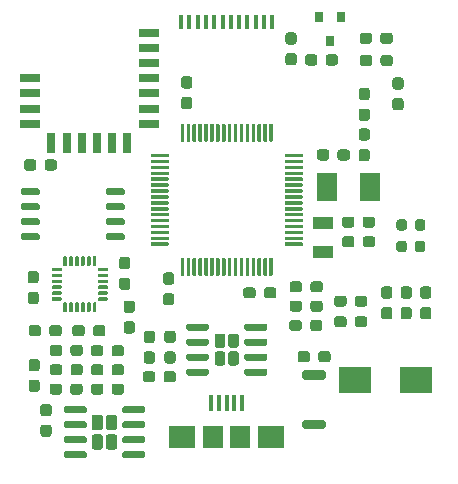
<source format=gbr>
G04 #@! TF.GenerationSoftware,KiCad,Pcbnew,(5.1.6-0-10_14)*
G04 #@! TF.CreationDate,2020-09-10T17:51:43+08:00*
G04 #@! TF.ProjectId,Watch_F4,57617463-685f-4463-942e-6b696361645f,rev?*
G04 #@! TF.SameCoordinates,Original*
G04 #@! TF.FileFunction,Paste,Top*
G04 #@! TF.FilePolarity,Positive*
%FSLAX46Y46*%
G04 Gerber Fmt 4.6, Leading zero omitted, Abs format (unit mm)*
G04 Created by KiCad (PCBNEW (5.1.6-0-10_14)) date 2020-09-10 17:51:43*
%MOMM*%
%LPD*%
G01*
G04 APERTURE LIST*
%ADD10R,0.400000X1.400000*%
%ADD11R,2.300000X1.900000*%
%ADD12R,1.800000X1.900000*%
%ADD13R,0.350000X1.300000*%
%ADD14R,0.800000X0.900000*%
%ADD15R,1.800000X0.800000*%
%ADD16R,0.800000X1.800000*%
%ADD17R,1.800000X1.000000*%
%ADD18R,1.700000X2.400000*%
%ADD19R,2.700000X2.200000*%
G04 APERTURE END LIST*
D10*
X146700000Y-119900000D03*
X147350000Y-119900000D03*
X148000000Y-119900000D03*
X148650000Y-119900000D03*
X149300000Y-119900000D03*
D11*
X144250000Y-122750000D03*
X151750000Y-122750000D03*
D12*
X146850000Y-122750000D03*
X149150000Y-122750000D03*
D13*
X151850000Y-87600000D03*
X151150000Y-87600000D03*
X150450000Y-87600000D03*
X149750000Y-87600000D03*
X149050000Y-87600000D03*
X148350000Y-87600000D03*
X147650000Y-87600000D03*
X146950000Y-87600000D03*
X146250000Y-87600000D03*
X145550000Y-87600000D03*
X144850000Y-87600000D03*
X144150000Y-87600000D03*
G36*
G01*
X163950000Y-106876250D02*
X163950000Y-106363750D01*
G75*
G02*
X164168750Y-106145000I218750J0D01*
G01*
X164606250Y-106145000D01*
G75*
G02*
X164825000Y-106363750I0J-218750D01*
G01*
X164825000Y-106876250D01*
G75*
G02*
X164606250Y-107095000I-218750J0D01*
G01*
X164168750Y-107095000D01*
G75*
G02*
X163950000Y-106876250I0J218750D01*
G01*
G37*
G36*
G01*
X162375000Y-106876250D02*
X162375000Y-106363750D01*
G75*
G02*
X162593750Y-106145000I218750J0D01*
G01*
X163031250Y-106145000D01*
G75*
G02*
X163250000Y-106363750I0J-218750D01*
G01*
X163250000Y-106876250D01*
G75*
G02*
X163031250Y-107095000I-218750J0D01*
G01*
X162593750Y-107095000D01*
G75*
G02*
X162375000Y-106876250I0J218750D01*
G01*
G37*
G36*
G01*
X163250000Y-104543750D02*
X163250000Y-105056250D01*
G75*
G02*
X163031250Y-105275000I-218750J0D01*
G01*
X162593750Y-105275000D01*
G75*
G02*
X162375000Y-105056250I0J218750D01*
G01*
X162375000Y-104543750D01*
G75*
G02*
X162593750Y-104325000I218750J0D01*
G01*
X163031250Y-104325000D01*
G75*
G02*
X163250000Y-104543750I0J-218750D01*
G01*
G37*
G36*
G01*
X164825000Y-104543750D02*
X164825000Y-105056250D01*
G75*
G02*
X164606250Y-105275000I-218750J0D01*
G01*
X164168750Y-105275000D01*
G75*
G02*
X163950000Y-105056250I0J218750D01*
G01*
X163950000Y-104543750D01*
G75*
G02*
X164168750Y-104325000I218750J0D01*
G01*
X164606250Y-104325000D01*
G75*
G02*
X164825000Y-104543750I0J-218750D01*
G01*
G37*
D14*
X156740000Y-89200000D03*
X155790000Y-87200000D03*
X157690000Y-87200000D03*
G36*
G01*
X154600000Y-117100000D02*
X156200000Y-117100000D01*
G75*
G02*
X156400000Y-117300000I0J-200000D01*
G01*
X156400000Y-117700000D01*
G75*
G02*
X156200000Y-117900000I-200000J0D01*
G01*
X154600000Y-117900000D01*
G75*
G02*
X154400000Y-117700000I0J200000D01*
G01*
X154400000Y-117300000D01*
G75*
G02*
X154600000Y-117100000I200000J0D01*
G01*
G37*
G36*
G01*
X154600000Y-121300000D02*
X156200000Y-121300000D01*
G75*
G02*
X156400000Y-121500000I0J-200000D01*
G01*
X156400000Y-121900000D01*
G75*
G02*
X156200000Y-122100000I-200000J0D01*
G01*
X154600000Y-122100000D01*
G75*
G02*
X154400000Y-121900000I0J200000D01*
G01*
X154400000Y-121500000D01*
G75*
G02*
X154600000Y-121300000I200000J0D01*
G01*
G37*
G36*
G01*
X162262500Y-94045000D02*
X162737500Y-94045000D01*
G75*
G02*
X162975000Y-94282500I0J-237500D01*
G01*
X162975000Y-94857500D01*
G75*
G02*
X162737500Y-95095000I-237500J0D01*
G01*
X162262500Y-95095000D01*
G75*
G02*
X162025000Y-94857500I0J237500D01*
G01*
X162025000Y-94282500D01*
G75*
G02*
X162262500Y-94045000I237500J0D01*
G01*
G37*
G36*
G01*
X162262500Y-92295000D02*
X162737500Y-92295000D01*
G75*
G02*
X162975000Y-92532500I0J-237500D01*
G01*
X162975000Y-93107500D01*
G75*
G02*
X162737500Y-93345000I-237500J0D01*
G01*
X162262500Y-93345000D01*
G75*
G02*
X162025000Y-93107500I0J237500D01*
G01*
X162025000Y-92532500D01*
G75*
G02*
X162262500Y-92295000I237500J0D01*
G01*
G37*
G36*
G01*
X161020000Y-91117500D02*
X161020000Y-90642500D01*
G75*
G02*
X161257500Y-90405000I237500J0D01*
G01*
X161832500Y-90405000D01*
G75*
G02*
X162070000Y-90642500I0J-237500D01*
G01*
X162070000Y-91117500D01*
G75*
G02*
X161832500Y-91355000I-237500J0D01*
G01*
X161257500Y-91355000D01*
G75*
G02*
X161020000Y-91117500I0J237500D01*
G01*
G37*
G36*
G01*
X159270000Y-91117500D02*
X159270000Y-90642500D01*
G75*
G02*
X159507500Y-90405000I237500J0D01*
G01*
X160082500Y-90405000D01*
G75*
G02*
X160320000Y-90642500I0J-237500D01*
G01*
X160320000Y-91117500D01*
G75*
G02*
X160082500Y-91355000I-237500J0D01*
G01*
X159507500Y-91355000D01*
G75*
G02*
X159270000Y-91117500I0J237500D01*
G01*
G37*
G36*
G01*
X155680000Y-90592500D02*
X155680000Y-91067500D01*
G75*
G02*
X155442500Y-91305000I-237500J0D01*
G01*
X154867500Y-91305000D01*
G75*
G02*
X154630000Y-91067500I0J237500D01*
G01*
X154630000Y-90592500D01*
G75*
G02*
X154867500Y-90355000I237500J0D01*
G01*
X155442500Y-90355000D01*
G75*
G02*
X155680000Y-90592500I0J-237500D01*
G01*
G37*
G36*
G01*
X157430000Y-90592500D02*
X157430000Y-91067500D01*
G75*
G02*
X157192500Y-91305000I-237500J0D01*
G01*
X156617500Y-91305000D01*
G75*
G02*
X156380000Y-91067500I0J237500D01*
G01*
X156380000Y-90592500D01*
G75*
G02*
X156617500Y-90355000I237500J0D01*
G01*
X157192500Y-90355000D01*
G75*
G02*
X157430000Y-90592500I0J-237500D01*
G01*
G37*
G36*
G01*
X161000000Y-89237500D02*
X161000000Y-88762500D01*
G75*
G02*
X161237500Y-88525000I237500J0D01*
G01*
X161812500Y-88525000D01*
G75*
G02*
X162050000Y-88762500I0J-237500D01*
G01*
X162050000Y-89237500D01*
G75*
G02*
X161812500Y-89475000I-237500J0D01*
G01*
X161237500Y-89475000D01*
G75*
G02*
X161000000Y-89237500I0J237500D01*
G01*
G37*
G36*
G01*
X159250000Y-89237500D02*
X159250000Y-88762500D01*
G75*
G02*
X159487500Y-88525000I237500J0D01*
G01*
X160062500Y-88525000D01*
G75*
G02*
X160300000Y-88762500I0J-237500D01*
G01*
X160300000Y-89237500D01*
G75*
G02*
X160062500Y-89475000I-237500J0D01*
G01*
X159487500Y-89475000D01*
G75*
G02*
X159250000Y-89237500I0J237500D01*
G01*
G37*
G36*
G01*
X153212500Y-90240000D02*
X153687500Y-90240000D01*
G75*
G02*
X153925000Y-90477500I0J-237500D01*
G01*
X153925000Y-91052500D01*
G75*
G02*
X153687500Y-91290000I-237500J0D01*
G01*
X153212500Y-91290000D01*
G75*
G02*
X152975000Y-91052500I0J237500D01*
G01*
X152975000Y-90477500D01*
G75*
G02*
X153212500Y-90240000I237500J0D01*
G01*
G37*
G36*
G01*
X153212500Y-88490000D02*
X153687500Y-88490000D01*
G75*
G02*
X153925000Y-88727500I0J-237500D01*
G01*
X153925000Y-89302500D01*
G75*
G02*
X153687500Y-89540000I-237500J0D01*
G01*
X153212500Y-89540000D01*
G75*
G02*
X152975000Y-89302500I0J237500D01*
G01*
X152975000Y-88727500D01*
G75*
G02*
X153212500Y-88490000I237500J0D01*
G01*
G37*
G36*
G01*
X142842500Y-110565000D02*
X143317500Y-110565000D01*
G75*
G02*
X143555000Y-110802500I0J-237500D01*
G01*
X143555000Y-111377500D01*
G75*
G02*
X143317500Y-111615000I-237500J0D01*
G01*
X142842500Y-111615000D01*
G75*
G02*
X142605000Y-111377500I0J237500D01*
G01*
X142605000Y-110802500D01*
G75*
G02*
X142842500Y-110565000I237500J0D01*
G01*
G37*
G36*
G01*
X142842500Y-108815000D02*
X143317500Y-108815000D01*
G75*
G02*
X143555000Y-109052500I0J-237500D01*
G01*
X143555000Y-109627500D01*
G75*
G02*
X143317500Y-109865000I-237500J0D01*
G01*
X142842500Y-109865000D01*
G75*
G02*
X142605000Y-109627500I0J237500D01*
G01*
X142605000Y-109052500D01*
G75*
G02*
X142842500Y-108815000I237500J0D01*
G01*
G37*
G36*
G01*
X151900000Y-107655000D02*
X151900000Y-109055000D01*
G75*
G02*
X151825000Y-109130000I-75000J0D01*
G01*
X151675000Y-109130000D01*
G75*
G02*
X151600000Y-109055000I0J75000D01*
G01*
X151600000Y-107655000D01*
G75*
G02*
X151675000Y-107580000I75000J0D01*
G01*
X151825000Y-107580000D01*
G75*
G02*
X151900000Y-107655000I0J-75000D01*
G01*
G37*
G36*
G01*
X151400000Y-107655000D02*
X151400000Y-109055000D01*
G75*
G02*
X151325000Y-109130000I-75000J0D01*
G01*
X151175000Y-109130000D01*
G75*
G02*
X151100000Y-109055000I0J75000D01*
G01*
X151100000Y-107655000D01*
G75*
G02*
X151175000Y-107580000I75000J0D01*
G01*
X151325000Y-107580000D01*
G75*
G02*
X151400000Y-107655000I0J-75000D01*
G01*
G37*
G36*
G01*
X150900000Y-107655000D02*
X150900000Y-109055000D01*
G75*
G02*
X150825000Y-109130000I-75000J0D01*
G01*
X150675000Y-109130000D01*
G75*
G02*
X150600000Y-109055000I0J75000D01*
G01*
X150600000Y-107655000D01*
G75*
G02*
X150675000Y-107580000I75000J0D01*
G01*
X150825000Y-107580000D01*
G75*
G02*
X150900000Y-107655000I0J-75000D01*
G01*
G37*
G36*
G01*
X150400000Y-107655000D02*
X150400000Y-109055000D01*
G75*
G02*
X150325000Y-109130000I-75000J0D01*
G01*
X150175000Y-109130000D01*
G75*
G02*
X150100000Y-109055000I0J75000D01*
G01*
X150100000Y-107655000D01*
G75*
G02*
X150175000Y-107580000I75000J0D01*
G01*
X150325000Y-107580000D01*
G75*
G02*
X150400000Y-107655000I0J-75000D01*
G01*
G37*
G36*
G01*
X149900000Y-107655000D02*
X149900000Y-109055000D01*
G75*
G02*
X149825000Y-109130000I-75000J0D01*
G01*
X149675000Y-109130000D01*
G75*
G02*
X149600000Y-109055000I0J75000D01*
G01*
X149600000Y-107655000D01*
G75*
G02*
X149675000Y-107580000I75000J0D01*
G01*
X149825000Y-107580000D01*
G75*
G02*
X149900000Y-107655000I0J-75000D01*
G01*
G37*
G36*
G01*
X149400000Y-107655000D02*
X149400000Y-109055000D01*
G75*
G02*
X149325000Y-109130000I-75000J0D01*
G01*
X149175000Y-109130000D01*
G75*
G02*
X149100000Y-109055000I0J75000D01*
G01*
X149100000Y-107655000D01*
G75*
G02*
X149175000Y-107580000I75000J0D01*
G01*
X149325000Y-107580000D01*
G75*
G02*
X149400000Y-107655000I0J-75000D01*
G01*
G37*
G36*
G01*
X148900000Y-107655000D02*
X148900000Y-109055000D01*
G75*
G02*
X148825000Y-109130000I-75000J0D01*
G01*
X148675000Y-109130000D01*
G75*
G02*
X148600000Y-109055000I0J75000D01*
G01*
X148600000Y-107655000D01*
G75*
G02*
X148675000Y-107580000I75000J0D01*
G01*
X148825000Y-107580000D01*
G75*
G02*
X148900000Y-107655000I0J-75000D01*
G01*
G37*
G36*
G01*
X148400000Y-107655000D02*
X148400000Y-109055000D01*
G75*
G02*
X148325000Y-109130000I-75000J0D01*
G01*
X148175000Y-109130000D01*
G75*
G02*
X148100000Y-109055000I0J75000D01*
G01*
X148100000Y-107655000D01*
G75*
G02*
X148175000Y-107580000I75000J0D01*
G01*
X148325000Y-107580000D01*
G75*
G02*
X148400000Y-107655000I0J-75000D01*
G01*
G37*
G36*
G01*
X147900000Y-107655000D02*
X147900000Y-109055000D01*
G75*
G02*
X147825000Y-109130000I-75000J0D01*
G01*
X147675000Y-109130000D01*
G75*
G02*
X147600000Y-109055000I0J75000D01*
G01*
X147600000Y-107655000D01*
G75*
G02*
X147675000Y-107580000I75000J0D01*
G01*
X147825000Y-107580000D01*
G75*
G02*
X147900000Y-107655000I0J-75000D01*
G01*
G37*
G36*
G01*
X147400000Y-107655000D02*
X147400000Y-109055000D01*
G75*
G02*
X147325000Y-109130000I-75000J0D01*
G01*
X147175000Y-109130000D01*
G75*
G02*
X147100000Y-109055000I0J75000D01*
G01*
X147100000Y-107655000D01*
G75*
G02*
X147175000Y-107580000I75000J0D01*
G01*
X147325000Y-107580000D01*
G75*
G02*
X147400000Y-107655000I0J-75000D01*
G01*
G37*
G36*
G01*
X146900000Y-107655000D02*
X146900000Y-109055000D01*
G75*
G02*
X146825000Y-109130000I-75000J0D01*
G01*
X146675000Y-109130000D01*
G75*
G02*
X146600000Y-109055000I0J75000D01*
G01*
X146600000Y-107655000D01*
G75*
G02*
X146675000Y-107580000I75000J0D01*
G01*
X146825000Y-107580000D01*
G75*
G02*
X146900000Y-107655000I0J-75000D01*
G01*
G37*
G36*
G01*
X146400000Y-107655000D02*
X146400000Y-109055000D01*
G75*
G02*
X146325000Y-109130000I-75000J0D01*
G01*
X146175000Y-109130000D01*
G75*
G02*
X146100000Y-109055000I0J75000D01*
G01*
X146100000Y-107655000D01*
G75*
G02*
X146175000Y-107580000I75000J0D01*
G01*
X146325000Y-107580000D01*
G75*
G02*
X146400000Y-107655000I0J-75000D01*
G01*
G37*
G36*
G01*
X145900000Y-107655000D02*
X145900000Y-109055000D01*
G75*
G02*
X145825000Y-109130000I-75000J0D01*
G01*
X145675000Y-109130000D01*
G75*
G02*
X145600000Y-109055000I0J75000D01*
G01*
X145600000Y-107655000D01*
G75*
G02*
X145675000Y-107580000I75000J0D01*
G01*
X145825000Y-107580000D01*
G75*
G02*
X145900000Y-107655000I0J-75000D01*
G01*
G37*
G36*
G01*
X145400000Y-107655000D02*
X145400000Y-109055000D01*
G75*
G02*
X145325000Y-109130000I-75000J0D01*
G01*
X145175000Y-109130000D01*
G75*
G02*
X145100000Y-109055000I0J75000D01*
G01*
X145100000Y-107655000D01*
G75*
G02*
X145175000Y-107580000I75000J0D01*
G01*
X145325000Y-107580000D01*
G75*
G02*
X145400000Y-107655000I0J-75000D01*
G01*
G37*
G36*
G01*
X144900000Y-107655000D02*
X144900000Y-109055000D01*
G75*
G02*
X144825000Y-109130000I-75000J0D01*
G01*
X144675000Y-109130000D01*
G75*
G02*
X144600000Y-109055000I0J75000D01*
G01*
X144600000Y-107655000D01*
G75*
G02*
X144675000Y-107580000I75000J0D01*
G01*
X144825000Y-107580000D01*
G75*
G02*
X144900000Y-107655000I0J-75000D01*
G01*
G37*
G36*
G01*
X144400000Y-107655000D02*
X144400000Y-109055000D01*
G75*
G02*
X144325000Y-109130000I-75000J0D01*
G01*
X144175000Y-109130000D01*
G75*
G02*
X144100000Y-109055000I0J75000D01*
G01*
X144100000Y-107655000D01*
G75*
G02*
X144175000Y-107580000I75000J0D01*
G01*
X144325000Y-107580000D01*
G75*
G02*
X144400000Y-107655000I0J-75000D01*
G01*
G37*
G36*
G01*
X143100000Y-106355000D02*
X143100000Y-106505000D01*
G75*
G02*
X143025000Y-106580000I-75000J0D01*
G01*
X141625000Y-106580000D01*
G75*
G02*
X141550000Y-106505000I0J75000D01*
G01*
X141550000Y-106355000D01*
G75*
G02*
X141625000Y-106280000I75000J0D01*
G01*
X143025000Y-106280000D01*
G75*
G02*
X143100000Y-106355000I0J-75000D01*
G01*
G37*
G36*
G01*
X143100000Y-105855000D02*
X143100000Y-106005000D01*
G75*
G02*
X143025000Y-106080000I-75000J0D01*
G01*
X141625000Y-106080000D01*
G75*
G02*
X141550000Y-106005000I0J75000D01*
G01*
X141550000Y-105855000D01*
G75*
G02*
X141625000Y-105780000I75000J0D01*
G01*
X143025000Y-105780000D01*
G75*
G02*
X143100000Y-105855000I0J-75000D01*
G01*
G37*
G36*
G01*
X143100000Y-105355000D02*
X143100000Y-105505000D01*
G75*
G02*
X143025000Y-105580000I-75000J0D01*
G01*
X141625000Y-105580000D01*
G75*
G02*
X141550000Y-105505000I0J75000D01*
G01*
X141550000Y-105355000D01*
G75*
G02*
X141625000Y-105280000I75000J0D01*
G01*
X143025000Y-105280000D01*
G75*
G02*
X143100000Y-105355000I0J-75000D01*
G01*
G37*
G36*
G01*
X143100000Y-104855000D02*
X143100000Y-105005000D01*
G75*
G02*
X143025000Y-105080000I-75000J0D01*
G01*
X141625000Y-105080000D01*
G75*
G02*
X141550000Y-105005000I0J75000D01*
G01*
X141550000Y-104855000D01*
G75*
G02*
X141625000Y-104780000I75000J0D01*
G01*
X143025000Y-104780000D01*
G75*
G02*
X143100000Y-104855000I0J-75000D01*
G01*
G37*
G36*
G01*
X143100000Y-104355000D02*
X143100000Y-104505000D01*
G75*
G02*
X143025000Y-104580000I-75000J0D01*
G01*
X141625000Y-104580000D01*
G75*
G02*
X141550000Y-104505000I0J75000D01*
G01*
X141550000Y-104355000D01*
G75*
G02*
X141625000Y-104280000I75000J0D01*
G01*
X143025000Y-104280000D01*
G75*
G02*
X143100000Y-104355000I0J-75000D01*
G01*
G37*
G36*
G01*
X143100000Y-103855000D02*
X143100000Y-104005000D01*
G75*
G02*
X143025000Y-104080000I-75000J0D01*
G01*
X141625000Y-104080000D01*
G75*
G02*
X141550000Y-104005000I0J75000D01*
G01*
X141550000Y-103855000D01*
G75*
G02*
X141625000Y-103780000I75000J0D01*
G01*
X143025000Y-103780000D01*
G75*
G02*
X143100000Y-103855000I0J-75000D01*
G01*
G37*
G36*
G01*
X143100000Y-103355000D02*
X143100000Y-103505000D01*
G75*
G02*
X143025000Y-103580000I-75000J0D01*
G01*
X141625000Y-103580000D01*
G75*
G02*
X141550000Y-103505000I0J75000D01*
G01*
X141550000Y-103355000D01*
G75*
G02*
X141625000Y-103280000I75000J0D01*
G01*
X143025000Y-103280000D01*
G75*
G02*
X143100000Y-103355000I0J-75000D01*
G01*
G37*
G36*
G01*
X143100000Y-102855000D02*
X143100000Y-103005000D01*
G75*
G02*
X143025000Y-103080000I-75000J0D01*
G01*
X141625000Y-103080000D01*
G75*
G02*
X141550000Y-103005000I0J75000D01*
G01*
X141550000Y-102855000D01*
G75*
G02*
X141625000Y-102780000I75000J0D01*
G01*
X143025000Y-102780000D01*
G75*
G02*
X143100000Y-102855000I0J-75000D01*
G01*
G37*
G36*
G01*
X143100000Y-102355000D02*
X143100000Y-102505000D01*
G75*
G02*
X143025000Y-102580000I-75000J0D01*
G01*
X141625000Y-102580000D01*
G75*
G02*
X141550000Y-102505000I0J75000D01*
G01*
X141550000Y-102355000D01*
G75*
G02*
X141625000Y-102280000I75000J0D01*
G01*
X143025000Y-102280000D01*
G75*
G02*
X143100000Y-102355000I0J-75000D01*
G01*
G37*
G36*
G01*
X143100000Y-101855000D02*
X143100000Y-102005000D01*
G75*
G02*
X143025000Y-102080000I-75000J0D01*
G01*
X141625000Y-102080000D01*
G75*
G02*
X141550000Y-102005000I0J75000D01*
G01*
X141550000Y-101855000D01*
G75*
G02*
X141625000Y-101780000I75000J0D01*
G01*
X143025000Y-101780000D01*
G75*
G02*
X143100000Y-101855000I0J-75000D01*
G01*
G37*
G36*
G01*
X143100000Y-101355000D02*
X143100000Y-101505000D01*
G75*
G02*
X143025000Y-101580000I-75000J0D01*
G01*
X141625000Y-101580000D01*
G75*
G02*
X141550000Y-101505000I0J75000D01*
G01*
X141550000Y-101355000D01*
G75*
G02*
X141625000Y-101280000I75000J0D01*
G01*
X143025000Y-101280000D01*
G75*
G02*
X143100000Y-101355000I0J-75000D01*
G01*
G37*
G36*
G01*
X143100000Y-100855000D02*
X143100000Y-101005000D01*
G75*
G02*
X143025000Y-101080000I-75000J0D01*
G01*
X141625000Y-101080000D01*
G75*
G02*
X141550000Y-101005000I0J75000D01*
G01*
X141550000Y-100855000D01*
G75*
G02*
X141625000Y-100780000I75000J0D01*
G01*
X143025000Y-100780000D01*
G75*
G02*
X143100000Y-100855000I0J-75000D01*
G01*
G37*
G36*
G01*
X143100000Y-100355000D02*
X143100000Y-100505000D01*
G75*
G02*
X143025000Y-100580000I-75000J0D01*
G01*
X141625000Y-100580000D01*
G75*
G02*
X141550000Y-100505000I0J75000D01*
G01*
X141550000Y-100355000D01*
G75*
G02*
X141625000Y-100280000I75000J0D01*
G01*
X143025000Y-100280000D01*
G75*
G02*
X143100000Y-100355000I0J-75000D01*
G01*
G37*
G36*
G01*
X143100000Y-99855000D02*
X143100000Y-100005000D01*
G75*
G02*
X143025000Y-100080000I-75000J0D01*
G01*
X141625000Y-100080000D01*
G75*
G02*
X141550000Y-100005000I0J75000D01*
G01*
X141550000Y-99855000D01*
G75*
G02*
X141625000Y-99780000I75000J0D01*
G01*
X143025000Y-99780000D01*
G75*
G02*
X143100000Y-99855000I0J-75000D01*
G01*
G37*
G36*
G01*
X143100000Y-99355000D02*
X143100000Y-99505000D01*
G75*
G02*
X143025000Y-99580000I-75000J0D01*
G01*
X141625000Y-99580000D01*
G75*
G02*
X141550000Y-99505000I0J75000D01*
G01*
X141550000Y-99355000D01*
G75*
G02*
X141625000Y-99280000I75000J0D01*
G01*
X143025000Y-99280000D01*
G75*
G02*
X143100000Y-99355000I0J-75000D01*
G01*
G37*
G36*
G01*
X143100000Y-98855000D02*
X143100000Y-99005000D01*
G75*
G02*
X143025000Y-99080000I-75000J0D01*
G01*
X141625000Y-99080000D01*
G75*
G02*
X141550000Y-99005000I0J75000D01*
G01*
X141550000Y-98855000D01*
G75*
G02*
X141625000Y-98780000I75000J0D01*
G01*
X143025000Y-98780000D01*
G75*
G02*
X143100000Y-98855000I0J-75000D01*
G01*
G37*
G36*
G01*
X144400000Y-96305000D02*
X144400000Y-97705000D01*
G75*
G02*
X144325000Y-97780000I-75000J0D01*
G01*
X144175000Y-97780000D01*
G75*
G02*
X144100000Y-97705000I0J75000D01*
G01*
X144100000Y-96305000D01*
G75*
G02*
X144175000Y-96230000I75000J0D01*
G01*
X144325000Y-96230000D01*
G75*
G02*
X144400000Y-96305000I0J-75000D01*
G01*
G37*
G36*
G01*
X144900000Y-96305000D02*
X144900000Y-97705000D01*
G75*
G02*
X144825000Y-97780000I-75000J0D01*
G01*
X144675000Y-97780000D01*
G75*
G02*
X144600000Y-97705000I0J75000D01*
G01*
X144600000Y-96305000D01*
G75*
G02*
X144675000Y-96230000I75000J0D01*
G01*
X144825000Y-96230000D01*
G75*
G02*
X144900000Y-96305000I0J-75000D01*
G01*
G37*
G36*
G01*
X145400000Y-96305000D02*
X145400000Y-97705000D01*
G75*
G02*
X145325000Y-97780000I-75000J0D01*
G01*
X145175000Y-97780000D01*
G75*
G02*
X145100000Y-97705000I0J75000D01*
G01*
X145100000Y-96305000D01*
G75*
G02*
X145175000Y-96230000I75000J0D01*
G01*
X145325000Y-96230000D01*
G75*
G02*
X145400000Y-96305000I0J-75000D01*
G01*
G37*
G36*
G01*
X145900000Y-96305000D02*
X145900000Y-97705000D01*
G75*
G02*
X145825000Y-97780000I-75000J0D01*
G01*
X145675000Y-97780000D01*
G75*
G02*
X145600000Y-97705000I0J75000D01*
G01*
X145600000Y-96305000D01*
G75*
G02*
X145675000Y-96230000I75000J0D01*
G01*
X145825000Y-96230000D01*
G75*
G02*
X145900000Y-96305000I0J-75000D01*
G01*
G37*
G36*
G01*
X146400000Y-96305000D02*
X146400000Y-97705000D01*
G75*
G02*
X146325000Y-97780000I-75000J0D01*
G01*
X146175000Y-97780000D01*
G75*
G02*
X146100000Y-97705000I0J75000D01*
G01*
X146100000Y-96305000D01*
G75*
G02*
X146175000Y-96230000I75000J0D01*
G01*
X146325000Y-96230000D01*
G75*
G02*
X146400000Y-96305000I0J-75000D01*
G01*
G37*
G36*
G01*
X146900000Y-96305000D02*
X146900000Y-97705000D01*
G75*
G02*
X146825000Y-97780000I-75000J0D01*
G01*
X146675000Y-97780000D01*
G75*
G02*
X146600000Y-97705000I0J75000D01*
G01*
X146600000Y-96305000D01*
G75*
G02*
X146675000Y-96230000I75000J0D01*
G01*
X146825000Y-96230000D01*
G75*
G02*
X146900000Y-96305000I0J-75000D01*
G01*
G37*
G36*
G01*
X147400000Y-96305000D02*
X147400000Y-97705000D01*
G75*
G02*
X147325000Y-97780000I-75000J0D01*
G01*
X147175000Y-97780000D01*
G75*
G02*
X147100000Y-97705000I0J75000D01*
G01*
X147100000Y-96305000D01*
G75*
G02*
X147175000Y-96230000I75000J0D01*
G01*
X147325000Y-96230000D01*
G75*
G02*
X147400000Y-96305000I0J-75000D01*
G01*
G37*
G36*
G01*
X147900000Y-96305000D02*
X147900000Y-97705000D01*
G75*
G02*
X147825000Y-97780000I-75000J0D01*
G01*
X147675000Y-97780000D01*
G75*
G02*
X147600000Y-97705000I0J75000D01*
G01*
X147600000Y-96305000D01*
G75*
G02*
X147675000Y-96230000I75000J0D01*
G01*
X147825000Y-96230000D01*
G75*
G02*
X147900000Y-96305000I0J-75000D01*
G01*
G37*
G36*
G01*
X148400000Y-96305000D02*
X148400000Y-97705000D01*
G75*
G02*
X148325000Y-97780000I-75000J0D01*
G01*
X148175000Y-97780000D01*
G75*
G02*
X148100000Y-97705000I0J75000D01*
G01*
X148100000Y-96305000D01*
G75*
G02*
X148175000Y-96230000I75000J0D01*
G01*
X148325000Y-96230000D01*
G75*
G02*
X148400000Y-96305000I0J-75000D01*
G01*
G37*
G36*
G01*
X148900000Y-96305000D02*
X148900000Y-97705000D01*
G75*
G02*
X148825000Y-97780000I-75000J0D01*
G01*
X148675000Y-97780000D01*
G75*
G02*
X148600000Y-97705000I0J75000D01*
G01*
X148600000Y-96305000D01*
G75*
G02*
X148675000Y-96230000I75000J0D01*
G01*
X148825000Y-96230000D01*
G75*
G02*
X148900000Y-96305000I0J-75000D01*
G01*
G37*
G36*
G01*
X149400000Y-96305000D02*
X149400000Y-97705000D01*
G75*
G02*
X149325000Y-97780000I-75000J0D01*
G01*
X149175000Y-97780000D01*
G75*
G02*
X149100000Y-97705000I0J75000D01*
G01*
X149100000Y-96305000D01*
G75*
G02*
X149175000Y-96230000I75000J0D01*
G01*
X149325000Y-96230000D01*
G75*
G02*
X149400000Y-96305000I0J-75000D01*
G01*
G37*
G36*
G01*
X149900000Y-96305000D02*
X149900000Y-97705000D01*
G75*
G02*
X149825000Y-97780000I-75000J0D01*
G01*
X149675000Y-97780000D01*
G75*
G02*
X149600000Y-97705000I0J75000D01*
G01*
X149600000Y-96305000D01*
G75*
G02*
X149675000Y-96230000I75000J0D01*
G01*
X149825000Y-96230000D01*
G75*
G02*
X149900000Y-96305000I0J-75000D01*
G01*
G37*
G36*
G01*
X150400000Y-96305000D02*
X150400000Y-97705000D01*
G75*
G02*
X150325000Y-97780000I-75000J0D01*
G01*
X150175000Y-97780000D01*
G75*
G02*
X150100000Y-97705000I0J75000D01*
G01*
X150100000Y-96305000D01*
G75*
G02*
X150175000Y-96230000I75000J0D01*
G01*
X150325000Y-96230000D01*
G75*
G02*
X150400000Y-96305000I0J-75000D01*
G01*
G37*
G36*
G01*
X150900000Y-96305000D02*
X150900000Y-97705000D01*
G75*
G02*
X150825000Y-97780000I-75000J0D01*
G01*
X150675000Y-97780000D01*
G75*
G02*
X150600000Y-97705000I0J75000D01*
G01*
X150600000Y-96305000D01*
G75*
G02*
X150675000Y-96230000I75000J0D01*
G01*
X150825000Y-96230000D01*
G75*
G02*
X150900000Y-96305000I0J-75000D01*
G01*
G37*
G36*
G01*
X151400000Y-96305000D02*
X151400000Y-97705000D01*
G75*
G02*
X151325000Y-97780000I-75000J0D01*
G01*
X151175000Y-97780000D01*
G75*
G02*
X151100000Y-97705000I0J75000D01*
G01*
X151100000Y-96305000D01*
G75*
G02*
X151175000Y-96230000I75000J0D01*
G01*
X151325000Y-96230000D01*
G75*
G02*
X151400000Y-96305000I0J-75000D01*
G01*
G37*
G36*
G01*
X151900000Y-96305000D02*
X151900000Y-97705000D01*
G75*
G02*
X151825000Y-97780000I-75000J0D01*
G01*
X151675000Y-97780000D01*
G75*
G02*
X151600000Y-97705000I0J75000D01*
G01*
X151600000Y-96305000D01*
G75*
G02*
X151675000Y-96230000I75000J0D01*
G01*
X151825000Y-96230000D01*
G75*
G02*
X151900000Y-96305000I0J-75000D01*
G01*
G37*
G36*
G01*
X154450000Y-98855000D02*
X154450000Y-99005000D01*
G75*
G02*
X154375000Y-99080000I-75000J0D01*
G01*
X152975000Y-99080000D01*
G75*
G02*
X152900000Y-99005000I0J75000D01*
G01*
X152900000Y-98855000D01*
G75*
G02*
X152975000Y-98780000I75000J0D01*
G01*
X154375000Y-98780000D01*
G75*
G02*
X154450000Y-98855000I0J-75000D01*
G01*
G37*
G36*
G01*
X154450000Y-99355000D02*
X154450000Y-99505000D01*
G75*
G02*
X154375000Y-99580000I-75000J0D01*
G01*
X152975000Y-99580000D01*
G75*
G02*
X152900000Y-99505000I0J75000D01*
G01*
X152900000Y-99355000D01*
G75*
G02*
X152975000Y-99280000I75000J0D01*
G01*
X154375000Y-99280000D01*
G75*
G02*
X154450000Y-99355000I0J-75000D01*
G01*
G37*
G36*
G01*
X154450000Y-99855000D02*
X154450000Y-100005000D01*
G75*
G02*
X154375000Y-100080000I-75000J0D01*
G01*
X152975000Y-100080000D01*
G75*
G02*
X152900000Y-100005000I0J75000D01*
G01*
X152900000Y-99855000D01*
G75*
G02*
X152975000Y-99780000I75000J0D01*
G01*
X154375000Y-99780000D01*
G75*
G02*
X154450000Y-99855000I0J-75000D01*
G01*
G37*
G36*
G01*
X154450000Y-100355000D02*
X154450000Y-100505000D01*
G75*
G02*
X154375000Y-100580000I-75000J0D01*
G01*
X152975000Y-100580000D01*
G75*
G02*
X152900000Y-100505000I0J75000D01*
G01*
X152900000Y-100355000D01*
G75*
G02*
X152975000Y-100280000I75000J0D01*
G01*
X154375000Y-100280000D01*
G75*
G02*
X154450000Y-100355000I0J-75000D01*
G01*
G37*
G36*
G01*
X154450000Y-100855000D02*
X154450000Y-101005000D01*
G75*
G02*
X154375000Y-101080000I-75000J0D01*
G01*
X152975000Y-101080000D01*
G75*
G02*
X152900000Y-101005000I0J75000D01*
G01*
X152900000Y-100855000D01*
G75*
G02*
X152975000Y-100780000I75000J0D01*
G01*
X154375000Y-100780000D01*
G75*
G02*
X154450000Y-100855000I0J-75000D01*
G01*
G37*
G36*
G01*
X154450000Y-101355000D02*
X154450000Y-101505000D01*
G75*
G02*
X154375000Y-101580000I-75000J0D01*
G01*
X152975000Y-101580000D01*
G75*
G02*
X152900000Y-101505000I0J75000D01*
G01*
X152900000Y-101355000D01*
G75*
G02*
X152975000Y-101280000I75000J0D01*
G01*
X154375000Y-101280000D01*
G75*
G02*
X154450000Y-101355000I0J-75000D01*
G01*
G37*
G36*
G01*
X154450000Y-101855000D02*
X154450000Y-102005000D01*
G75*
G02*
X154375000Y-102080000I-75000J0D01*
G01*
X152975000Y-102080000D01*
G75*
G02*
X152900000Y-102005000I0J75000D01*
G01*
X152900000Y-101855000D01*
G75*
G02*
X152975000Y-101780000I75000J0D01*
G01*
X154375000Y-101780000D01*
G75*
G02*
X154450000Y-101855000I0J-75000D01*
G01*
G37*
G36*
G01*
X154450000Y-102355000D02*
X154450000Y-102505000D01*
G75*
G02*
X154375000Y-102580000I-75000J0D01*
G01*
X152975000Y-102580000D01*
G75*
G02*
X152900000Y-102505000I0J75000D01*
G01*
X152900000Y-102355000D01*
G75*
G02*
X152975000Y-102280000I75000J0D01*
G01*
X154375000Y-102280000D01*
G75*
G02*
X154450000Y-102355000I0J-75000D01*
G01*
G37*
G36*
G01*
X154450000Y-102855000D02*
X154450000Y-103005000D01*
G75*
G02*
X154375000Y-103080000I-75000J0D01*
G01*
X152975000Y-103080000D01*
G75*
G02*
X152900000Y-103005000I0J75000D01*
G01*
X152900000Y-102855000D01*
G75*
G02*
X152975000Y-102780000I75000J0D01*
G01*
X154375000Y-102780000D01*
G75*
G02*
X154450000Y-102855000I0J-75000D01*
G01*
G37*
G36*
G01*
X154450000Y-103355000D02*
X154450000Y-103505000D01*
G75*
G02*
X154375000Y-103580000I-75000J0D01*
G01*
X152975000Y-103580000D01*
G75*
G02*
X152900000Y-103505000I0J75000D01*
G01*
X152900000Y-103355000D01*
G75*
G02*
X152975000Y-103280000I75000J0D01*
G01*
X154375000Y-103280000D01*
G75*
G02*
X154450000Y-103355000I0J-75000D01*
G01*
G37*
G36*
G01*
X154450000Y-103855000D02*
X154450000Y-104005000D01*
G75*
G02*
X154375000Y-104080000I-75000J0D01*
G01*
X152975000Y-104080000D01*
G75*
G02*
X152900000Y-104005000I0J75000D01*
G01*
X152900000Y-103855000D01*
G75*
G02*
X152975000Y-103780000I75000J0D01*
G01*
X154375000Y-103780000D01*
G75*
G02*
X154450000Y-103855000I0J-75000D01*
G01*
G37*
G36*
G01*
X154450000Y-104355000D02*
X154450000Y-104505000D01*
G75*
G02*
X154375000Y-104580000I-75000J0D01*
G01*
X152975000Y-104580000D01*
G75*
G02*
X152900000Y-104505000I0J75000D01*
G01*
X152900000Y-104355000D01*
G75*
G02*
X152975000Y-104280000I75000J0D01*
G01*
X154375000Y-104280000D01*
G75*
G02*
X154450000Y-104355000I0J-75000D01*
G01*
G37*
G36*
G01*
X154450000Y-104855000D02*
X154450000Y-105005000D01*
G75*
G02*
X154375000Y-105080000I-75000J0D01*
G01*
X152975000Y-105080000D01*
G75*
G02*
X152900000Y-105005000I0J75000D01*
G01*
X152900000Y-104855000D01*
G75*
G02*
X152975000Y-104780000I75000J0D01*
G01*
X154375000Y-104780000D01*
G75*
G02*
X154450000Y-104855000I0J-75000D01*
G01*
G37*
G36*
G01*
X154450000Y-105355000D02*
X154450000Y-105505000D01*
G75*
G02*
X154375000Y-105580000I-75000J0D01*
G01*
X152975000Y-105580000D01*
G75*
G02*
X152900000Y-105505000I0J75000D01*
G01*
X152900000Y-105355000D01*
G75*
G02*
X152975000Y-105280000I75000J0D01*
G01*
X154375000Y-105280000D01*
G75*
G02*
X154450000Y-105355000I0J-75000D01*
G01*
G37*
G36*
G01*
X154450000Y-105855000D02*
X154450000Y-106005000D01*
G75*
G02*
X154375000Y-106080000I-75000J0D01*
G01*
X152975000Y-106080000D01*
G75*
G02*
X152900000Y-106005000I0J75000D01*
G01*
X152900000Y-105855000D01*
G75*
G02*
X152975000Y-105780000I75000J0D01*
G01*
X154375000Y-105780000D01*
G75*
G02*
X154450000Y-105855000I0J-75000D01*
G01*
G37*
G36*
G01*
X154450000Y-106355000D02*
X154450000Y-106505000D01*
G75*
G02*
X154375000Y-106580000I-75000J0D01*
G01*
X152975000Y-106580000D01*
G75*
G02*
X152900000Y-106505000I0J75000D01*
G01*
X152900000Y-106355000D01*
G75*
G02*
X152975000Y-106280000I75000J0D01*
G01*
X154375000Y-106280000D01*
G75*
G02*
X154450000Y-106355000I0J-75000D01*
G01*
G37*
D15*
X131360000Y-96220000D03*
X131360000Y-94940000D03*
X131360000Y-93660000D03*
X141460000Y-88540000D03*
X141460000Y-89820000D03*
X141460000Y-91100000D03*
X141460000Y-92380000D03*
X141460000Y-93660000D03*
X141460000Y-94940000D03*
X141460000Y-96220000D03*
D16*
X139560000Y-97820000D03*
X138280000Y-97820000D03*
X137000000Y-97820000D03*
X135720000Y-97820000D03*
X134440000Y-97820000D03*
X133160000Y-97820000D03*
D15*
X131360000Y-92380000D03*
D17*
X156190000Y-104600000D03*
X156190000Y-107100000D03*
D18*
X156460000Y-101610000D03*
X160160000Y-101610000D03*
G36*
G01*
X137780000Y-102135000D02*
X137780000Y-101835000D01*
G75*
G02*
X137930000Y-101685000I150000J0D01*
G01*
X139230000Y-101685000D01*
G75*
G02*
X139380000Y-101835000I0J-150000D01*
G01*
X139380000Y-102135000D01*
G75*
G02*
X139230000Y-102285000I-150000J0D01*
G01*
X137930000Y-102285000D01*
G75*
G02*
X137780000Y-102135000I0J150000D01*
G01*
G37*
G36*
G01*
X137780000Y-103405000D02*
X137780000Y-103105000D01*
G75*
G02*
X137930000Y-102955000I150000J0D01*
G01*
X139230000Y-102955000D01*
G75*
G02*
X139380000Y-103105000I0J-150000D01*
G01*
X139380000Y-103405000D01*
G75*
G02*
X139230000Y-103555000I-150000J0D01*
G01*
X137930000Y-103555000D01*
G75*
G02*
X137780000Y-103405000I0J150000D01*
G01*
G37*
G36*
G01*
X137780000Y-104675000D02*
X137780000Y-104375000D01*
G75*
G02*
X137930000Y-104225000I150000J0D01*
G01*
X139230000Y-104225000D01*
G75*
G02*
X139380000Y-104375000I0J-150000D01*
G01*
X139380000Y-104675000D01*
G75*
G02*
X139230000Y-104825000I-150000J0D01*
G01*
X137930000Y-104825000D01*
G75*
G02*
X137780000Y-104675000I0J150000D01*
G01*
G37*
G36*
G01*
X137780000Y-105945000D02*
X137780000Y-105645000D01*
G75*
G02*
X137930000Y-105495000I150000J0D01*
G01*
X139230000Y-105495000D01*
G75*
G02*
X139380000Y-105645000I0J-150000D01*
G01*
X139380000Y-105945000D01*
G75*
G02*
X139230000Y-106095000I-150000J0D01*
G01*
X137930000Y-106095000D01*
G75*
G02*
X137780000Y-105945000I0J150000D01*
G01*
G37*
G36*
G01*
X130580000Y-105945000D02*
X130580000Y-105645000D01*
G75*
G02*
X130730000Y-105495000I150000J0D01*
G01*
X132030000Y-105495000D01*
G75*
G02*
X132180000Y-105645000I0J-150000D01*
G01*
X132180000Y-105945000D01*
G75*
G02*
X132030000Y-106095000I-150000J0D01*
G01*
X130730000Y-106095000D01*
G75*
G02*
X130580000Y-105945000I0J150000D01*
G01*
G37*
G36*
G01*
X130580000Y-104675000D02*
X130580000Y-104375000D01*
G75*
G02*
X130730000Y-104225000I150000J0D01*
G01*
X132030000Y-104225000D01*
G75*
G02*
X132180000Y-104375000I0J-150000D01*
G01*
X132180000Y-104675000D01*
G75*
G02*
X132030000Y-104825000I-150000J0D01*
G01*
X130730000Y-104825000D01*
G75*
G02*
X130580000Y-104675000I0J150000D01*
G01*
G37*
G36*
G01*
X130580000Y-103405000D02*
X130580000Y-103105000D01*
G75*
G02*
X130730000Y-102955000I150000J0D01*
G01*
X132030000Y-102955000D01*
G75*
G02*
X132180000Y-103105000I0J-150000D01*
G01*
X132180000Y-103405000D01*
G75*
G02*
X132030000Y-103555000I-150000J0D01*
G01*
X130730000Y-103555000D01*
G75*
G02*
X130580000Y-103405000I0J150000D01*
G01*
G37*
G36*
G01*
X130580000Y-102135000D02*
X130580000Y-101835000D01*
G75*
G02*
X130730000Y-101685000I150000J0D01*
G01*
X132030000Y-101685000D01*
G75*
G02*
X132180000Y-101835000I0J-150000D01*
G01*
X132180000Y-102135000D01*
G75*
G02*
X132030000Y-102285000I-150000J0D01*
G01*
X130730000Y-102285000D01*
G75*
G02*
X130580000Y-102135000I0J150000D01*
G01*
G37*
G36*
G01*
X139150000Y-120595000D02*
X139150000Y-120295000D01*
G75*
G02*
X139300000Y-120145000I150000J0D01*
G01*
X140950000Y-120145000D01*
G75*
G02*
X141100000Y-120295000I0J-150000D01*
G01*
X141100000Y-120595000D01*
G75*
G02*
X140950000Y-120745000I-150000J0D01*
G01*
X139300000Y-120745000D01*
G75*
G02*
X139150000Y-120595000I0J150000D01*
G01*
G37*
G36*
G01*
X139150000Y-121865000D02*
X139150000Y-121565000D01*
G75*
G02*
X139300000Y-121415000I150000J0D01*
G01*
X140950000Y-121415000D01*
G75*
G02*
X141100000Y-121565000I0J-150000D01*
G01*
X141100000Y-121865000D01*
G75*
G02*
X140950000Y-122015000I-150000J0D01*
G01*
X139300000Y-122015000D01*
G75*
G02*
X139150000Y-121865000I0J150000D01*
G01*
G37*
G36*
G01*
X139150000Y-123135000D02*
X139150000Y-122835000D01*
G75*
G02*
X139300000Y-122685000I150000J0D01*
G01*
X140950000Y-122685000D01*
G75*
G02*
X141100000Y-122835000I0J-150000D01*
G01*
X141100000Y-123135000D01*
G75*
G02*
X140950000Y-123285000I-150000J0D01*
G01*
X139300000Y-123285000D01*
G75*
G02*
X139150000Y-123135000I0J150000D01*
G01*
G37*
G36*
G01*
X139150000Y-124405000D02*
X139150000Y-124105000D01*
G75*
G02*
X139300000Y-123955000I150000J0D01*
G01*
X140950000Y-123955000D01*
G75*
G02*
X141100000Y-124105000I0J-150000D01*
G01*
X141100000Y-124405000D01*
G75*
G02*
X140950000Y-124555000I-150000J0D01*
G01*
X139300000Y-124555000D01*
G75*
G02*
X139150000Y-124405000I0J150000D01*
G01*
G37*
G36*
G01*
X134200000Y-124405000D02*
X134200000Y-124105000D01*
G75*
G02*
X134350000Y-123955000I150000J0D01*
G01*
X136000000Y-123955000D01*
G75*
G02*
X136150000Y-124105000I0J-150000D01*
G01*
X136150000Y-124405000D01*
G75*
G02*
X136000000Y-124555000I-150000J0D01*
G01*
X134350000Y-124555000D01*
G75*
G02*
X134200000Y-124405000I0J150000D01*
G01*
G37*
G36*
G01*
X134200000Y-123135000D02*
X134200000Y-122835000D01*
G75*
G02*
X134350000Y-122685000I150000J0D01*
G01*
X136000000Y-122685000D01*
G75*
G02*
X136150000Y-122835000I0J-150000D01*
G01*
X136150000Y-123135000D01*
G75*
G02*
X136000000Y-123285000I-150000J0D01*
G01*
X134350000Y-123285000D01*
G75*
G02*
X134200000Y-123135000I0J150000D01*
G01*
G37*
G36*
G01*
X134200000Y-121865000D02*
X134200000Y-121565000D01*
G75*
G02*
X134350000Y-121415000I150000J0D01*
G01*
X136000000Y-121415000D01*
G75*
G02*
X136150000Y-121565000I0J-150000D01*
G01*
X136150000Y-121865000D01*
G75*
G02*
X136000000Y-122015000I-150000J0D01*
G01*
X134350000Y-122015000D01*
G75*
G02*
X134200000Y-121865000I0J150000D01*
G01*
G37*
G36*
G01*
X134200000Y-120595000D02*
X134200000Y-120295000D01*
G75*
G02*
X134350000Y-120145000I150000J0D01*
G01*
X136000000Y-120145000D01*
G75*
G02*
X136150000Y-120295000I0J-150000D01*
G01*
X136150000Y-120595000D01*
G75*
G02*
X136000000Y-120745000I-150000J0D01*
G01*
X134350000Y-120745000D01*
G75*
G02*
X134200000Y-120595000I0J150000D01*
G01*
G37*
G36*
G01*
X137765000Y-123597500D02*
X137765000Y-122752500D01*
G75*
G02*
X138007500Y-122510000I242500J0D01*
G01*
X138492500Y-122510000D01*
G75*
G02*
X138735000Y-122752500I0J-242500D01*
G01*
X138735000Y-123597500D01*
G75*
G02*
X138492500Y-123840000I-242500J0D01*
G01*
X138007500Y-123840000D01*
G75*
G02*
X137765000Y-123597500I0J242500D01*
G01*
G37*
G36*
G01*
X137765000Y-121947500D02*
X137765000Y-121102500D01*
G75*
G02*
X138007500Y-120860000I242500J0D01*
G01*
X138492500Y-120860000D01*
G75*
G02*
X138735000Y-121102500I0J-242500D01*
G01*
X138735000Y-121947500D01*
G75*
G02*
X138492500Y-122190000I-242500J0D01*
G01*
X138007500Y-122190000D01*
G75*
G02*
X137765000Y-121947500I0J242500D01*
G01*
G37*
G36*
G01*
X136565000Y-123597500D02*
X136565000Y-122752500D01*
G75*
G02*
X136807500Y-122510000I242500J0D01*
G01*
X137292500Y-122510000D01*
G75*
G02*
X137535000Y-122752500I0J-242500D01*
G01*
X137535000Y-123597500D01*
G75*
G02*
X137292500Y-123840000I-242500J0D01*
G01*
X136807500Y-123840000D01*
G75*
G02*
X136565000Y-123597500I0J242500D01*
G01*
G37*
G36*
G01*
X136565000Y-121947500D02*
X136565000Y-121102500D01*
G75*
G02*
X136807500Y-120860000I242500J0D01*
G01*
X137292500Y-120860000D01*
G75*
G02*
X137535000Y-121102500I0J-242500D01*
G01*
X137535000Y-121947500D01*
G75*
G02*
X137292500Y-122190000I-242500J0D01*
G01*
X136807500Y-122190000D01*
G75*
G02*
X136565000Y-121947500I0J242500D01*
G01*
G37*
G36*
G01*
X149500000Y-113595000D02*
X149500000Y-113295000D01*
G75*
G02*
X149650000Y-113145000I150000J0D01*
G01*
X151300000Y-113145000D01*
G75*
G02*
X151450000Y-113295000I0J-150000D01*
G01*
X151450000Y-113595000D01*
G75*
G02*
X151300000Y-113745000I-150000J0D01*
G01*
X149650000Y-113745000D01*
G75*
G02*
X149500000Y-113595000I0J150000D01*
G01*
G37*
G36*
G01*
X149500000Y-114865000D02*
X149500000Y-114565000D01*
G75*
G02*
X149650000Y-114415000I150000J0D01*
G01*
X151300000Y-114415000D01*
G75*
G02*
X151450000Y-114565000I0J-150000D01*
G01*
X151450000Y-114865000D01*
G75*
G02*
X151300000Y-115015000I-150000J0D01*
G01*
X149650000Y-115015000D01*
G75*
G02*
X149500000Y-114865000I0J150000D01*
G01*
G37*
G36*
G01*
X149500000Y-116135000D02*
X149500000Y-115835000D01*
G75*
G02*
X149650000Y-115685000I150000J0D01*
G01*
X151300000Y-115685000D01*
G75*
G02*
X151450000Y-115835000I0J-150000D01*
G01*
X151450000Y-116135000D01*
G75*
G02*
X151300000Y-116285000I-150000J0D01*
G01*
X149650000Y-116285000D01*
G75*
G02*
X149500000Y-116135000I0J150000D01*
G01*
G37*
G36*
G01*
X149500000Y-117405000D02*
X149500000Y-117105000D01*
G75*
G02*
X149650000Y-116955000I150000J0D01*
G01*
X151300000Y-116955000D01*
G75*
G02*
X151450000Y-117105000I0J-150000D01*
G01*
X151450000Y-117405000D01*
G75*
G02*
X151300000Y-117555000I-150000J0D01*
G01*
X149650000Y-117555000D01*
G75*
G02*
X149500000Y-117405000I0J150000D01*
G01*
G37*
G36*
G01*
X144550000Y-117405000D02*
X144550000Y-117105000D01*
G75*
G02*
X144700000Y-116955000I150000J0D01*
G01*
X146350000Y-116955000D01*
G75*
G02*
X146500000Y-117105000I0J-150000D01*
G01*
X146500000Y-117405000D01*
G75*
G02*
X146350000Y-117555000I-150000J0D01*
G01*
X144700000Y-117555000D01*
G75*
G02*
X144550000Y-117405000I0J150000D01*
G01*
G37*
G36*
G01*
X144550000Y-116135000D02*
X144550000Y-115835000D01*
G75*
G02*
X144700000Y-115685000I150000J0D01*
G01*
X146350000Y-115685000D01*
G75*
G02*
X146500000Y-115835000I0J-150000D01*
G01*
X146500000Y-116135000D01*
G75*
G02*
X146350000Y-116285000I-150000J0D01*
G01*
X144700000Y-116285000D01*
G75*
G02*
X144550000Y-116135000I0J150000D01*
G01*
G37*
G36*
G01*
X144550000Y-114865000D02*
X144550000Y-114565000D01*
G75*
G02*
X144700000Y-114415000I150000J0D01*
G01*
X146350000Y-114415000D01*
G75*
G02*
X146500000Y-114565000I0J-150000D01*
G01*
X146500000Y-114865000D01*
G75*
G02*
X146350000Y-115015000I-150000J0D01*
G01*
X144700000Y-115015000D01*
G75*
G02*
X144550000Y-114865000I0J150000D01*
G01*
G37*
G36*
G01*
X144550000Y-113595000D02*
X144550000Y-113295000D01*
G75*
G02*
X144700000Y-113145000I150000J0D01*
G01*
X146350000Y-113145000D01*
G75*
G02*
X146500000Y-113295000I0J-150000D01*
G01*
X146500000Y-113595000D01*
G75*
G02*
X146350000Y-113745000I-150000J0D01*
G01*
X144700000Y-113745000D01*
G75*
G02*
X144550000Y-113595000I0J150000D01*
G01*
G37*
G36*
G01*
X148110000Y-116475000D02*
X148110000Y-115725000D01*
G75*
G02*
X148340000Y-115495000I230000J0D01*
G01*
X148800000Y-115495000D01*
G75*
G02*
X149030000Y-115725000I0J-230000D01*
G01*
X149030000Y-116475000D01*
G75*
G02*
X148800000Y-116705000I-230000J0D01*
G01*
X148340000Y-116705000D01*
G75*
G02*
X148110000Y-116475000I0J230000D01*
G01*
G37*
G36*
G01*
X148110000Y-114975000D02*
X148110000Y-114225000D01*
G75*
G02*
X148340000Y-113995000I230000J0D01*
G01*
X148800000Y-113995000D01*
G75*
G02*
X149030000Y-114225000I0J-230000D01*
G01*
X149030000Y-114975000D01*
G75*
G02*
X148800000Y-115205000I-230000J0D01*
G01*
X148340000Y-115205000D01*
G75*
G02*
X148110000Y-114975000I0J230000D01*
G01*
G37*
G36*
G01*
X146970000Y-116475000D02*
X146970000Y-115725000D01*
G75*
G02*
X147200000Y-115495000I230000J0D01*
G01*
X147660000Y-115495000D01*
G75*
G02*
X147890000Y-115725000I0J-230000D01*
G01*
X147890000Y-116475000D01*
G75*
G02*
X147660000Y-116705000I-230000J0D01*
G01*
X147200000Y-116705000D01*
G75*
G02*
X146970000Y-116475000I0J230000D01*
G01*
G37*
G36*
G01*
X146970000Y-114975000D02*
X146970000Y-114225000D01*
G75*
G02*
X147200000Y-113995000I230000J0D01*
G01*
X147660000Y-113995000D01*
G75*
G02*
X147890000Y-114225000I0J-230000D01*
G01*
X147890000Y-114975000D01*
G75*
G02*
X147660000Y-115205000I-230000J0D01*
G01*
X147200000Y-115205000D01*
G75*
G02*
X146970000Y-114975000I0J230000D01*
G01*
G37*
G36*
G01*
X137095000Y-108645000D02*
X137095000Y-108495000D01*
G75*
G02*
X137170000Y-108420000I75000J0D01*
G01*
X137870000Y-108420000D01*
G75*
G02*
X137945000Y-108495000I0J-75000D01*
G01*
X137945000Y-108645000D01*
G75*
G02*
X137870000Y-108720000I-75000J0D01*
G01*
X137170000Y-108720000D01*
G75*
G02*
X137095000Y-108645000I0J75000D01*
G01*
G37*
G36*
G01*
X137095000Y-109145000D02*
X137095000Y-108995000D01*
G75*
G02*
X137170000Y-108920000I75000J0D01*
G01*
X137870000Y-108920000D01*
G75*
G02*
X137945000Y-108995000I0J-75000D01*
G01*
X137945000Y-109145000D01*
G75*
G02*
X137870000Y-109220000I-75000J0D01*
G01*
X137170000Y-109220000D01*
G75*
G02*
X137095000Y-109145000I0J75000D01*
G01*
G37*
G36*
G01*
X137095000Y-109645000D02*
X137095000Y-109495000D01*
G75*
G02*
X137170000Y-109420000I75000J0D01*
G01*
X137870000Y-109420000D01*
G75*
G02*
X137945000Y-109495000I0J-75000D01*
G01*
X137945000Y-109645000D01*
G75*
G02*
X137870000Y-109720000I-75000J0D01*
G01*
X137170000Y-109720000D01*
G75*
G02*
X137095000Y-109645000I0J75000D01*
G01*
G37*
G36*
G01*
X137095000Y-110145000D02*
X137095000Y-109995000D01*
G75*
G02*
X137170000Y-109920000I75000J0D01*
G01*
X137870000Y-109920000D01*
G75*
G02*
X137945000Y-109995000I0J-75000D01*
G01*
X137945000Y-110145000D01*
G75*
G02*
X137870000Y-110220000I-75000J0D01*
G01*
X137170000Y-110220000D01*
G75*
G02*
X137095000Y-110145000I0J75000D01*
G01*
G37*
G36*
G01*
X137095000Y-110645000D02*
X137095000Y-110495000D01*
G75*
G02*
X137170000Y-110420000I75000J0D01*
G01*
X137870000Y-110420000D01*
G75*
G02*
X137945000Y-110495000I0J-75000D01*
G01*
X137945000Y-110645000D01*
G75*
G02*
X137870000Y-110720000I-75000J0D01*
G01*
X137170000Y-110720000D01*
G75*
G02*
X137095000Y-110645000I0J75000D01*
G01*
G37*
G36*
G01*
X137095000Y-111145000D02*
X137095000Y-110995000D01*
G75*
G02*
X137170000Y-110920000I75000J0D01*
G01*
X137870000Y-110920000D01*
G75*
G02*
X137945000Y-110995000I0J-75000D01*
G01*
X137945000Y-111145000D01*
G75*
G02*
X137870000Y-111220000I-75000J0D01*
G01*
X137170000Y-111220000D01*
G75*
G02*
X137095000Y-111145000I0J75000D01*
G01*
G37*
G36*
G01*
X136745000Y-111345000D02*
X136895000Y-111345000D01*
G75*
G02*
X136970000Y-111420000I0J-75000D01*
G01*
X136970000Y-112120000D01*
G75*
G02*
X136895000Y-112195000I-75000J0D01*
G01*
X136745000Y-112195000D01*
G75*
G02*
X136670000Y-112120000I0J75000D01*
G01*
X136670000Y-111420000D01*
G75*
G02*
X136745000Y-111345000I75000J0D01*
G01*
G37*
G36*
G01*
X136245000Y-111345000D02*
X136395000Y-111345000D01*
G75*
G02*
X136470000Y-111420000I0J-75000D01*
G01*
X136470000Y-112120000D01*
G75*
G02*
X136395000Y-112195000I-75000J0D01*
G01*
X136245000Y-112195000D01*
G75*
G02*
X136170000Y-112120000I0J75000D01*
G01*
X136170000Y-111420000D01*
G75*
G02*
X136245000Y-111345000I75000J0D01*
G01*
G37*
G36*
G01*
X135745000Y-111345000D02*
X135895000Y-111345000D01*
G75*
G02*
X135970000Y-111420000I0J-75000D01*
G01*
X135970000Y-112120000D01*
G75*
G02*
X135895000Y-112195000I-75000J0D01*
G01*
X135745000Y-112195000D01*
G75*
G02*
X135670000Y-112120000I0J75000D01*
G01*
X135670000Y-111420000D01*
G75*
G02*
X135745000Y-111345000I75000J0D01*
G01*
G37*
G36*
G01*
X135245000Y-111345000D02*
X135395000Y-111345000D01*
G75*
G02*
X135470000Y-111420000I0J-75000D01*
G01*
X135470000Y-112120000D01*
G75*
G02*
X135395000Y-112195000I-75000J0D01*
G01*
X135245000Y-112195000D01*
G75*
G02*
X135170000Y-112120000I0J75000D01*
G01*
X135170000Y-111420000D01*
G75*
G02*
X135245000Y-111345000I75000J0D01*
G01*
G37*
G36*
G01*
X134745000Y-111345000D02*
X134895000Y-111345000D01*
G75*
G02*
X134970000Y-111420000I0J-75000D01*
G01*
X134970000Y-112120000D01*
G75*
G02*
X134895000Y-112195000I-75000J0D01*
G01*
X134745000Y-112195000D01*
G75*
G02*
X134670000Y-112120000I0J75000D01*
G01*
X134670000Y-111420000D01*
G75*
G02*
X134745000Y-111345000I75000J0D01*
G01*
G37*
G36*
G01*
X134245000Y-111345000D02*
X134395000Y-111345000D01*
G75*
G02*
X134470000Y-111420000I0J-75000D01*
G01*
X134470000Y-112120000D01*
G75*
G02*
X134395000Y-112195000I-75000J0D01*
G01*
X134245000Y-112195000D01*
G75*
G02*
X134170000Y-112120000I0J75000D01*
G01*
X134170000Y-111420000D01*
G75*
G02*
X134245000Y-111345000I75000J0D01*
G01*
G37*
G36*
G01*
X133195000Y-111145000D02*
X133195000Y-110995000D01*
G75*
G02*
X133270000Y-110920000I75000J0D01*
G01*
X133970000Y-110920000D01*
G75*
G02*
X134045000Y-110995000I0J-75000D01*
G01*
X134045000Y-111145000D01*
G75*
G02*
X133970000Y-111220000I-75000J0D01*
G01*
X133270000Y-111220000D01*
G75*
G02*
X133195000Y-111145000I0J75000D01*
G01*
G37*
G36*
G01*
X133195000Y-110645000D02*
X133195000Y-110495000D01*
G75*
G02*
X133270000Y-110420000I75000J0D01*
G01*
X133970000Y-110420000D01*
G75*
G02*
X134045000Y-110495000I0J-75000D01*
G01*
X134045000Y-110645000D01*
G75*
G02*
X133970000Y-110720000I-75000J0D01*
G01*
X133270000Y-110720000D01*
G75*
G02*
X133195000Y-110645000I0J75000D01*
G01*
G37*
G36*
G01*
X133195000Y-110145000D02*
X133195000Y-109995000D01*
G75*
G02*
X133270000Y-109920000I75000J0D01*
G01*
X133970000Y-109920000D01*
G75*
G02*
X134045000Y-109995000I0J-75000D01*
G01*
X134045000Y-110145000D01*
G75*
G02*
X133970000Y-110220000I-75000J0D01*
G01*
X133270000Y-110220000D01*
G75*
G02*
X133195000Y-110145000I0J75000D01*
G01*
G37*
G36*
G01*
X133195000Y-109645000D02*
X133195000Y-109495000D01*
G75*
G02*
X133270000Y-109420000I75000J0D01*
G01*
X133970000Y-109420000D01*
G75*
G02*
X134045000Y-109495000I0J-75000D01*
G01*
X134045000Y-109645000D01*
G75*
G02*
X133970000Y-109720000I-75000J0D01*
G01*
X133270000Y-109720000D01*
G75*
G02*
X133195000Y-109645000I0J75000D01*
G01*
G37*
G36*
G01*
X133195000Y-109145000D02*
X133195000Y-108995000D01*
G75*
G02*
X133270000Y-108920000I75000J0D01*
G01*
X133970000Y-108920000D01*
G75*
G02*
X134045000Y-108995000I0J-75000D01*
G01*
X134045000Y-109145000D01*
G75*
G02*
X133970000Y-109220000I-75000J0D01*
G01*
X133270000Y-109220000D01*
G75*
G02*
X133195000Y-109145000I0J75000D01*
G01*
G37*
G36*
G01*
X133195000Y-108645000D02*
X133195000Y-108495000D01*
G75*
G02*
X133270000Y-108420000I75000J0D01*
G01*
X133970000Y-108420000D01*
G75*
G02*
X134045000Y-108495000I0J-75000D01*
G01*
X134045000Y-108645000D01*
G75*
G02*
X133970000Y-108720000I-75000J0D01*
G01*
X133270000Y-108720000D01*
G75*
G02*
X133195000Y-108645000I0J75000D01*
G01*
G37*
G36*
G01*
X134245000Y-107445000D02*
X134395000Y-107445000D01*
G75*
G02*
X134470000Y-107520000I0J-75000D01*
G01*
X134470000Y-108220000D01*
G75*
G02*
X134395000Y-108295000I-75000J0D01*
G01*
X134245000Y-108295000D01*
G75*
G02*
X134170000Y-108220000I0J75000D01*
G01*
X134170000Y-107520000D01*
G75*
G02*
X134245000Y-107445000I75000J0D01*
G01*
G37*
G36*
G01*
X134745000Y-107445000D02*
X134895000Y-107445000D01*
G75*
G02*
X134970000Y-107520000I0J-75000D01*
G01*
X134970000Y-108220000D01*
G75*
G02*
X134895000Y-108295000I-75000J0D01*
G01*
X134745000Y-108295000D01*
G75*
G02*
X134670000Y-108220000I0J75000D01*
G01*
X134670000Y-107520000D01*
G75*
G02*
X134745000Y-107445000I75000J0D01*
G01*
G37*
G36*
G01*
X135245000Y-107445000D02*
X135395000Y-107445000D01*
G75*
G02*
X135470000Y-107520000I0J-75000D01*
G01*
X135470000Y-108220000D01*
G75*
G02*
X135395000Y-108295000I-75000J0D01*
G01*
X135245000Y-108295000D01*
G75*
G02*
X135170000Y-108220000I0J75000D01*
G01*
X135170000Y-107520000D01*
G75*
G02*
X135245000Y-107445000I75000J0D01*
G01*
G37*
G36*
G01*
X135745000Y-107445000D02*
X135895000Y-107445000D01*
G75*
G02*
X135970000Y-107520000I0J-75000D01*
G01*
X135970000Y-108220000D01*
G75*
G02*
X135895000Y-108295000I-75000J0D01*
G01*
X135745000Y-108295000D01*
G75*
G02*
X135670000Y-108220000I0J75000D01*
G01*
X135670000Y-107520000D01*
G75*
G02*
X135745000Y-107445000I75000J0D01*
G01*
G37*
G36*
G01*
X136245000Y-107445000D02*
X136395000Y-107445000D01*
G75*
G02*
X136470000Y-107520000I0J-75000D01*
G01*
X136470000Y-108220000D01*
G75*
G02*
X136395000Y-108295000I-75000J0D01*
G01*
X136245000Y-108295000D01*
G75*
G02*
X136170000Y-108220000I0J75000D01*
G01*
X136170000Y-107520000D01*
G75*
G02*
X136245000Y-107445000I75000J0D01*
G01*
G37*
G36*
G01*
X136745000Y-107445000D02*
X136895000Y-107445000D01*
G75*
G02*
X136970000Y-107520000I0J-75000D01*
G01*
X136970000Y-108220000D01*
G75*
G02*
X136895000Y-108295000I-75000J0D01*
G01*
X136745000Y-108295000D01*
G75*
G02*
X136670000Y-108220000I0J75000D01*
G01*
X136670000Y-107520000D01*
G75*
G02*
X136745000Y-107445000I75000J0D01*
G01*
G37*
G36*
G01*
X132280000Y-113512500D02*
X132280000Y-113987500D01*
G75*
G02*
X132042500Y-114225000I-237500J0D01*
G01*
X131467500Y-114225000D01*
G75*
G02*
X131230000Y-113987500I0J237500D01*
G01*
X131230000Y-113512500D01*
G75*
G02*
X131467500Y-113275000I237500J0D01*
G01*
X132042500Y-113275000D01*
G75*
G02*
X132280000Y-113512500I0J-237500D01*
G01*
G37*
G36*
G01*
X134030000Y-113512500D02*
X134030000Y-113987500D01*
G75*
G02*
X133792500Y-114225000I-237500J0D01*
G01*
X133217500Y-114225000D01*
G75*
G02*
X132980000Y-113987500I0J237500D01*
G01*
X132980000Y-113512500D01*
G75*
G02*
X133217500Y-113275000I237500J0D01*
G01*
X133792500Y-113275000D01*
G75*
G02*
X134030000Y-113512500I0J-237500D01*
G01*
G37*
G36*
G01*
X139512500Y-112950000D02*
X139987500Y-112950000D01*
G75*
G02*
X140225000Y-113187500I0J-237500D01*
G01*
X140225000Y-113762500D01*
G75*
G02*
X139987500Y-114000000I-237500J0D01*
G01*
X139512500Y-114000000D01*
G75*
G02*
X139275000Y-113762500I0J237500D01*
G01*
X139275000Y-113187500D01*
G75*
G02*
X139512500Y-112950000I237500J0D01*
G01*
G37*
G36*
G01*
X139512500Y-111200000D02*
X139987500Y-111200000D01*
G75*
G02*
X140225000Y-111437500I0J-237500D01*
G01*
X140225000Y-112012500D01*
G75*
G02*
X139987500Y-112250000I-237500J0D01*
G01*
X139512500Y-112250000D01*
G75*
G02*
X139275000Y-112012500I0J237500D01*
G01*
X139275000Y-111437500D01*
G75*
G02*
X139512500Y-111200000I237500J0D01*
G01*
G37*
G36*
G01*
X139597500Y-108555000D02*
X139122500Y-108555000D01*
G75*
G02*
X138885000Y-108317500I0J237500D01*
G01*
X138885000Y-107742500D01*
G75*
G02*
X139122500Y-107505000I237500J0D01*
G01*
X139597500Y-107505000D01*
G75*
G02*
X139835000Y-107742500I0J-237500D01*
G01*
X139835000Y-108317500D01*
G75*
G02*
X139597500Y-108555000I-237500J0D01*
G01*
G37*
G36*
G01*
X139597500Y-110305000D02*
X139122500Y-110305000D01*
G75*
G02*
X138885000Y-110067500I0J237500D01*
G01*
X138885000Y-109492500D01*
G75*
G02*
X139122500Y-109255000I237500J0D01*
G01*
X139597500Y-109255000D01*
G75*
G02*
X139835000Y-109492500I0J-237500D01*
G01*
X139835000Y-110067500D01*
G75*
G02*
X139597500Y-110305000I-237500J0D01*
G01*
G37*
G36*
G01*
X131462500Y-117900000D02*
X131937500Y-117900000D01*
G75*
G02*
X132175000Y-118137500I0J-237500D01*
G01*
X132175000Y-118712500D01*
G75*
G02*
X131937500Y-118950000I-237500J0D01*
G01*
X131462500Y-118950000D01*
G75*
G02*
X131225000Y-118712500I0J237500D01*
G01*
X131225000Y-118137500D01*
G75*
G02*
X131462500Y-117900000I237500J0D01*
G01*
G37*
G36*
G01*
X131462500Y-116150000D02*
X131937500Y-116150000D01*
G75*
G02*
X132175000Y-116387500I0J-237500D01*
G01*
X132175000Y-116962500D01*
G75*
G02*
X131937500Y-117200000I-237500J0D01*
G01*
X131462500Y-117200000D01*
G75*
G02*
X131225000Y-116962500I0J237500D01*
G01*
X131225000Y-116387500D01*
G75*
G02*
X131462500Y-116150000I237500J0D01*
G01*
G37*
G36*
G01*
X132937500Y-121000000D02*
X132462500Y-121000000D01*
G75*
G02*
X132225000Y-120762500I0J237500D01*
G01*
X132225000Y-120187500D01*
G75*
G02*
X132462500Y-119950000I237500J0D01*
G01*
X132937500Y-119950000D01*
G75*
G02*
X133175000Y-120187500I0J-237500D01*
G01*
X133175000Y-120762500D01*
G75*
G02*
X132937500Y-121000000I-237500J0D01*
G01*
G37*
G36*
G01*
X132937500Y-122750000D02*
X132462500Y-122750000D01*
G75*
G02*
X132225000Y-122512500I0J237500D01*
G01*
X132225000Y-121937500D01*
G75*
G02*
X132462500Y-121700000I237500J0D01*
G01*
X132937500Y-121700000D01*
G75*
G02*
X133175000Y-121937500I0J-237500D01*
G01*
X133175000Y-122512500D01*
G75*
G02*
X132937500Y-122750000I-237500J0D01*
G01*
G37*
G36*
G01*
X163437500Y-111050000D02*
X162962500Y-111050000D01*
G75*
G02*
X162725000Y-110812500I0J237500D01*
G01*
X162725000Y-110237500D01*
G75*
G02*
X162962500Y-110000000I237500J0D01*
G01*
X163437500Y-110000000D01*
G75*
G02*
X163675000Y-110237500I0J-237500D01*
G01*
X163675000Y-110812500D01*
G75*
G02*
X163437500Y-111050000I-237500J0D01*
G01*
G37*
G36*
G01*
X163437500Y-112800000D02*
X162962500Y-112800000D01*
G75*
G02*
X162725000Y-112562500I0J237500D01*
G01*
X162725000Y-111987500D01*
G75*
G02*
X162962500Y-111750000I237500J0D01*
G01*
X163437500Y-111750000D01*
G75*
G02*
X163675000Y-111987500I0J-237500D01*
G01*
X163675000Y-112562500D01*
G75*
G02*
X163437500Y-112800000I-237500J0D01*
G01*
G37*
G36*
G01*
X155750000Y-116187500D02*
X155750000Y-115712500D01*
G75*
G02*
X155987500Y-115475000I237500J0D01*
G01*
X156562500Y-115475000D01*
G75*
G02*
X156800000Y-115712500I0J-237500D01*
G01*
X156800000Y-116187500D01*
G75*
G02*
X156562500Y-116425000I-237500J0D01*
G01*
X155987500Y-116425000D01*
G75*
G02*
X155750000Y-116187500I0J237500D01*
G01*
G37*
G36*
G01*
X154000000Y-116187500D02*
X154000000Y-115712500D01*
G75*
G02*
X154237500Y-115475000I237500J0D01*
G01*
X154812500Y-115475000D01*
G75*
G02*
X155050000Y-115712500I0J-237500D01*
G01*
X155050000Y-116187500D01*
G75*
G02*
X154812500Y-116425000I-237500J0D01*
G01*
X154237500Y-116425000D01*
G75*
G02*
X154000000Y-116187500I0J237500D01*
G01*
G37*
G36*
G01*
X141950000Y-117412500D02*
X141950000Y-117887500D01*
G75*
G02*
X141712500Y-118125000I-237500J0D01*
G01*
X141137500Y-118125000D01*
G75*
G02*
X140900000Y-117887500I0J237500D01*
G01*
X140900000Y-117412500D01*
G75*
G02*
X141137500Y-117175000I237500J0D01*
G01*
X141712500Y-117175000D01*
G75*
G02*
X141950000Y-117412500I0J-237500D01*
G01*
G37*
G36*
G01*
X143700000Y-117412500D02*
X143700000Y-117887500D01*
G75*
G02*
X143462500Y-118125000I-237500J0D01*
G01*
X142887500Y-118125000D01*
G75*
G02*
X142650000Y-117887500I0J237500D01*
G01*
X142650000Y-117412500D01*
G75*
G02*
X142887500Y-117175000I237500J0D01*
G01*
X143462500Y-117175000D01*
G75*
G02*
X143700000Y-117412500I0J-237500D01*
G01*
G37*
G36*
G01*
X150450000Y-110312500D02*
X150450000Y-110787500D01*
G75*
G02*
X150212500Y-111025000I-237500J0D01*
G01*
X149637500Y-111025000D01*
G75*
G02*
X149400000Y-110787500I0J237500D01*
G01*
X149400000Y-110312500D01*
G75*
G02*
X149637500Y-110075000I237500J0D01*
G01*
X150212500Y-110075000D01*
G75*
G02*
X150450000Y-110312500I0J-237500D01*
G01*
G37*
G36*
G01*
X152200000Y-110312500D02*
X152200000Y-110787500D01*
G75*
G02*
X151962500Y-111025000I-237500J0D01*
G01*
X151387500Y-111025000D01*
G75*
G02*
X151150000Y-110787500I0J237500D01*
G01*
X151150000Y-110312500D01*
G75*
G02*
X151387500Y-110075000I237500J0D01*
G01*
X151962500Y-110075000D01*
G75*
G02*
X152200000Y-110312500I0J-237500D01*
G01*
G37*
G36*
G01*
X131875000Y-99482500D02*
X131875000Y-99957500D01*
G75*
G02*
X131637500Y-100195000I-237500J0D01*
G01*
X131062500Y-100195000D01*
G75*
G02*
X130825000Y-99957500I0J237500D01*
G01*
X130825000Y-99482500D01*
G75*
G02*
X131062500Y-99245000I237500J0D01*
G01*
X131637500Y-99245000D01*
G75*
G02*
X131875000Y-99482500I0J-237500D01*
G01*
G37*
G36*
G01*
X133625000Y-99482500D02*
X133625000Y-99957500D01*
G75*
G02*
X133387500Y-100195000I-237500J0D01*
G01*
X132812500Y-100195000D01*
G75*
G02*
X132575000Y-99957500I0J237500D01*
G01*
X132575000Y-99482500D01*
G75*
G02*
X132812500Y-99245000I237500J0D01*
G01*
X133387500Y-99245000D01*
G75*
G02*
X133625000Y-99482500I0J-237500D01*
G01*
G37*
D19*
X164000000Y-117900000D03*
X158900000Y-117900000D03*
G36*
G01*
X138250000Y-115687500D02*
X138250000Y-115212500D01*
G75*
G02*
X138487500Y-114975000I237500J0D01*
G01*
X139062500Y-114975000D01*
G75*
G02*
X139300000Y-115212500I0J-237500D01*
G01*
X139300000Y-115687500D01*
G75*
G02*
X139062500Y-115925000I-237500J0D01*
G01*
X138487500Y-115925000D01*
G75*
G02*
X138250000Y-115687500I0J237500D01*
G01*
G37*
G36*
G01*
X136500000Y-115687500D02*
X136500000Y-115212500D01*
G75*
G02*
X136737500Y-114975000I237500J0D01*
G01*
X137312500Y-114975000D01*
G75*
G02*
X137550000Y-115212500I0J-237500D01*
G01*
X137550000Y-115687500D01*
G75*
G02*
X137312500Y-115925000I-237500J0D01*
G01*
X136737500Y-115925000D01*
G75*
G02*
X136500000Y-115687500I0J237500D01*
G01*
G37*
G36*
G01*
X135980000Y-113512500D02*
X135980000Y-113987500D01*
G75*
G02*
X135742500Y-114225000I-237500J0D01*
G01*
X135167500Y-114225000D01*
G75*
G02*
X134930000Y-113987500I0J237500D01*
G01*
X134930000Y-113512500D01*
G75*
G02*
X135167500Y-113275000I237500J0D01*
G01*
X135742500Y-113275000D01*
G75*
G02*
X135980000Y-113512500I0J-237500D01*
G01*
G37*
G36*
G01*
X137730000Y-113512500D02*
X137730000Y-113987500D01*
G75*
G02*
X137492500Y-114225000I-237500J0D01*
G01*
X136917500Y-114225000D01*
G75*
G02*
X136680000Y-113987500I0J237500D01*
G01*
X136680000Y-113512500D01*
G75*
G02*
X136917500Y-113275000I237500J0D01*
G01*
X137492500Y-113275000D01*
G75*
G02*
X137730000Y-113512500I0J-237500D01*
G01*
G37*
G36*
G01*
X131372500Y-110455000D02*
X131847500Y-110455000D01*
G75*
G02*
X132085000Y-110692500I0J-237500D01*
G01*
X132085000Y-111267500D01*
G75*
G02*
X131847500Y-111505000I-237500J0D01*
G01*
X131372500Y-111505000D01*
G75*
G02*
X131135000Y-111267500I0J237500D01*
G01*
X131135000Y-110692500D01*
G75*
G02*
X131372500Y-110455000I237500J0D01*
G01*
G37*
G36*
G01*
X131372500Y-108705000D02*
X131847500Y-108705000D01*
G75*
G02*
X132085000Y-108942500I0J-237500D01*
G01*
X132085000Y-109517500D01*
G75*
G02*
X131847500Y-109755000I-237500J0D01*
G01*
X131372500Y-109755000D01*
G75*
G02*
X131135000Y-109517500I0J237500D01*
G01*
X131135000Y-108942500D01*
G75*
G02*
X131372500Y-108705000I237500J0D01*
G01*
G37*
G36*
G01*
X144847500Y-93250000D02*
X144372500Y-93250000D01*
G75*
G02*
X144135000Y-93012500I0J237500D01*
G01*
X144135000Y-92437500D01*
G75*
G02*
X144372500Y-92200000I237500J0D01*
G01*
X144847500Y-92200000D01*
G75*
G02*
X145085000Y-92437500I0J-237500D01*
G01*
X145085000Y-93012500D01*
G75*
G02*
X144847500Y-93250000I-237500J0D01*
G01*
G37*
G36*
G01*
X144847500Y-95000000D02*
X144372500Y-95000000D01*
G75*
G02*
X144135000Y-94762500I0J237500D01*
G01*
X144135000Y-94187500D01*
G75*
G02*
X144372500Y-93950000I237500J0D01*
G01*
X144847500Y-93950000D01*
G75*
G02*
X145085000Y-94187500I0J-237500D01*
G01*
X145085000Y-94762500D01*
G75*
G02*
X144847500Y-95000000I-237500J0D01*
G01*
G37*
G36*
G01*
X134075000Y-116817500D02*
X134075000Y-117292500D01*
G75*
G02*
X133837500Y-117530000I-237500J0D01*
G01*
X133262500Y-117530000D01*
G75*
G02*
X133025000Y-117292500I0J237500D01*
G01*
X133025000Y-116817500D01*
G75*
G02*
X133262500Y-116580000I237500J0D01*
G01*
X133837500Y-116580000D01*
G75*
G02*
X134075000Y-116817500I0J-237500D01*
G01*
G37*
G36*
G01*
X135825000Y-116817500D02*
X135825000Y-117292500D01*
G75*
G02*
X135587500Y-117530000I-237500J0D01*
G01*
X135012500Y-117530000D01*
G75*
G02*
X134775000Y-117292500I0J237500D01*
G01*
X134775000Y-116817500D01*
G75*
G02*
X135012500Y-116580000I237500J0D01*
G01*
X135587500Y-116580000D01*
G75*
G02*
X135825000Y-116817500I0J-237500D01*
G01*
G37*
G36*
G01*
X134050000Y-118462500D02*
X134050000Y-118937500D01*
G75*
G02*
X133812500Y-119175000I-237500J0D01*
G01*
X133237500Y-119175000D01*
G75*
G02*
X133000000Y-118937500I0J237500D01*
G01*
X133000000Y-118462500D01*
G75*
G02*
X133237500Y-118225000I237500J0D01*
G01*
X133812500Y-118225000D01*
G75*
G02*
X134050000Y-118462500I0J-237500D01*
G01*
G37*
G36*
G01*
X135800000Y-118462500D02*
X135800000Y-118937500D01*
G75*
G02*
X135562500Y-119175000I-237500J0D01*
G01*
X134987500Y-119175000D01*
G75*
G02*
X134750000Y-118937500I0J237500D01*
G01*
X134750000Y-118462500D01*
G75*
G02*
X134987500Y-118225000I237500J0D01*
G01*
X135562500Y-118225000D01*
G75*
G02*
X135800000Y-118462500I0J-237500D01*
G01*
G37*
G36*
G01*
X158150000Y-111012500D02*
X158150000Y-111487500D01*
G75*
G02*
X157912500Y-111725000I-237500J0D01*
G01*
X157337500Y-111725000D01*
G75*
G02*
X157100000Y-111487500I0J237500D01*
G01*
X157100000Y-111012500D01*
G75*
G02*
X157337500Y-110775000I237500J0D01*
G01*
X157912500Y-110775000D01*
G75*
G02*
X158150000Y-111012500I0J-237500D01*
G01*
G37*
G36*
G01*
X159900000Y-111012500D02*
X159900000Y-111487500D01*
G75*
G02*
X159662500Y-111725000I-237500J0D01*
G01*
X159087500Y-111725000D01*
G75*
G02*
X158850000Y-111487500I0J237500D01*
G01*
X158850000Y-111012500D01*
G75*
G02*
X159087500Y-110775000I237500J0D01*
G01*
X159662500Y-110775000D01*
G75*
G02*
X159900000Y-111012500I0J-237500D01*
G01*
G37*
G36*
G01*
X155055000Y-113547500D02*
X155055000Y-113072500D01*
G75*
G02*
X155292500Y-112835000I237500J0D01*
G01*
X155867500Y-112835000D01*
G75*
G02*
X156105000Y-113072500I0J-237500D01*
G01*
X156105000Y-113547500D01*
G75*
G02*
X155867500Y-113785000I-237500J0D01*
G01*
X155292500Y-113785000D01*
G75*
G02*
X155055000Y-113547500I0J237500D01*
G01*
G37*
G36*
G01*
X153305000Y-113547500D02*
X153305000Y-113072500D01*
G75*
G02*
X153542500Y-112835000I237500J0D01*
G01*
X154117500Y-112835000D01*
G75*
G02*
X154355000Y-113072500I0J-237500D01*
G01*
X154355000Y-113547500D01*
G75*
G02*
X154117500Y-113785000I-237500J0D01*
G01*
X153542500Y-113785000D01*
G75*
G02*
X153305000Y-113547500I0J237500D01*
G01*
G37*
G36*
G01*
X165087500Y-111050000D02*
X164612500Y-111050000D01*
G75*
G02*
X164375000Y-110812500I0J237500D01*
G01*
X164375000Y-110237500D01*
G75*
G02*
X164612500Y-110000000I237500J0D01*
G01*
X165087500Y-110000000D01*
G75*
G02*
X165325000Y-110237500I0J-237500D01*
G01*
X165325000Y-110812500D01*
G75*
G02*
X165087500Y-111050000I-237500J0D01*
G01*
G37*
G36*
G01*
X165087500Y-112800000D02*
X164612500Y-112800000D01*
G75*
G02*
X164375000Y-112562500I0J237500D01*
G01*
X164375000Y-111987500D01*
G75*
G02*
X164612500Y-111750000I237500J0D01*
G01*
X165087500Y-111750000D01*
G75*
G02*
X165325000Y-111987500I0J-237500D01*
G01*
X165325000Y-112562500D01*
G75*
G02*
X165087500Y-112800000I-237500J0D01*
G01*
G37*
G36*
G01*
X155080000Y-111912500D02*
X155080000Y-111437500D01*
G75*
G02*
X155317500Y-111200000I237500J0D01*
G01*
X155892500Y-111200000D01*
G75*
G02*
X156130000Y-111437500I0J-237500D01*
G01*
X156130000Y-111912500D01*
G75*
G02*
X155892500Y-112150000I-237500J0D01*
G01*
X155317500Y-112150000D01*
G75*
G02*
X155080000Y-111912500I0J237500D01*
G01*
G37*
G36*
G01*
X153330000Y-111912500D02*
X153330000Y-111437500D01*
G75*
G02*
X153567500Y-111200000I237500J0D01*
G01*
X154142500Y-111200000D01*
G75*
G02*
X154380000Y-111437500I0J-237500D01*
G01*
X154380000Y-111912500D01*
G75*
G02*
X154142500Y-112150000I-237500J0D01*
G01*
X153567500Y-112150000D01*
G75*
G02*
X153330000Y-111912500I0J237500D01*
G01*
G37*
G36*
G01*
X161312500Y-111750000D02*
X161787500Y-111750000D01*
G75*
G02*
X162025000Y-111987500I0J-237500D01*
G01*
X162025000Y-112562500D01*
G75*
G02*
X161787500Y-112800000I-237500J0D01*
G01*
X161312500Y-112800000D01*
G75*
G02*
X161075000Y-112562500I0J237500D01*
G01*
X161075000Y-111987500D01*
G75*
G02*
X161312500Y-111750000I237500J0D01*
G01*
G37*
G36*
G01*
X161312500Y-110000000D02*
X161787500Y-110000000D01*
G75*
G02*
X162025000Y-110237500I0J-237500D01*
G01*
X162025000Y-110812500D01*
G75*
G02*
X161787500Y-111050000I-237500J0D01*
G01*
X161312500Y-111050000D01*
G75*
G02*
X161075000Y-110812500I0J237500D01*
G01*
X161075000Y-110237500D01*
G75*
G02*
X161312500Y-110000000I237500J0D01*
G01*
G37*
G36*
G01*
X159412500Y-94940000D02*
X159887500Y-94940000D01*
G75*
G02*
X160125000Y-95177500I0J-237500D01*
G01*
X160125000Y-95752500D01*
G75*
G02*
X159887500Y-95990000I-237500J0D01*
G01*
X159412500Y-95990000D01*
G75*
G02*
X159175000Y-95752500I0J237500D01*
G01*
X159175000Y-95177500D01*
G75*
G02*
X159412500Y-94940000I237500J0D01*
G01*
G37*
G36*
G01*
X159412500Y-93190000D02*
X159887500Y-93190000D01*
G75*
G02*
X160125000Y-93427500I0J-237500D01*
G01*
X160125000Y-94002500D01*
G75*
G02*
X159887500Y-94240000I-237500J0D01*
G01*
X159412500Y-94240000D01*
G75*
G02*
X159175000Y-94002500I0J237500D01*
G01*
X159175000Y-93427500D01*
G75*
G02*
X159412500Y-93190000I237500J0D01*
G01*
G37*
G36*
G01*
X158150000Y-112762500D02*
X158150000Y-113237500D01*
G75*
G02*
X157912500Y-113475000I-237500J0D01*
G01*
X157337500Y-113475000D01*
G75*
G02*
X157100000Y-113237500I0J237500D01*
G01*
X157100000Y-112762500D01*
G75*
G02*
X157337500Y-112525000I237500J0D01*
G01*
X157912500Y-112525000D01*
G75*
G02*
X158150000Y-112762500I0J-237500D01*
G01*
G37*
G36*
G01*
X159900000Y-112762500D02*
X159900000Y-113237500D01*
G75*
G02*
X159662500Y-113475000I-237500J0D01*
G01*
X159087500Y-113475000D01*
G75*
G02*
X158850000Y-113237500I0J237500D01*
G01*
X158850000Y-112762500D01*
G75*
G02*
X159087500Y-112525000I237500J0D01*
G01*
X159662500Y-112525000D01*
G75*
G02*
X159900000Y-112762500I0J-237500D01*
G01*
G37*
G36*
G01*
X157380000Y-99107500D02*
X157380000Y-98632500D01*
G75*
G02*
X157617500Y-98395000I237500J0D01*
G01*
X158192500Y-98395000D01*
G75*
G02*
X158430000Y-98632500I0J-237500D01*
G01*
X158430000Y-99107500D01*
G75*
G02*
X158192500Y-99345000I-237500J0D01*
G01*
X157617500Y-99345000D01*
G75*
G02*
X157380000Y-99107500I0J237500D01*
G01*
G37*
G36*
G01*
X155630000Y-99107500D02*
X155630000Y-98632500D01*
G75*
G02*
X155867500Y-98395000I237500J0D01*
G01*
X156442500Y-98395000D01*
G75*
G02*
X156680000Y-98632500I0J-237500D01*
G01*
X156680000Y-99107500D01*
G75*
G02*
X156442500Y-99345000I-237500J0D01*
G01*
X155867500Y-99345000D01*
G75*
G02*
X155630000Y-99107500I0J237500D01*
G01*
G37*
G36*
G01*
X155085000Y-110277500D02*
X155085000Y-109802500D01*
G75*
G02*
X155322500Y-109565000I237500J0D01*
G01*
X155897500Y-109565000D01*
G75*
G02*
X156135000Y-109802500I0J-237500D01*
G01*
X156135000Y-110277500D01*
G75*
G02*
X155897500Y-110515000I-237500J0D01*
G01*
X155322500Y-110515000D01*
G75*
G02*
X155085000Y-110277500I0J237500D01*
G01*
G37*
G36*
G01*
X153335000Y-110277500D02*
X153335000Y-109802500D01*
G75*
G02*
X153572500Y-109565000I237500J0D01*
G01*
X154147500Y-109565000D01*
G75*
G02*
X154385000Y-109802500I0J-237500D01*
G01*
X154385000Y-110277500D01*
G75*
G02*
X154147500Y-110515000I-237500J0D01*
G01*
X153572500Y-110515000D01*
G75*
G02*
X153335000Y-110277500I0J237500D01*
G01*
G37*
G36*
G01*
X159877500Y-97665000D02*
X159402500Y-97665000D01*
G75*
G02*
X159165000Y-97427500I0J237500D01*
G01*
X159165000Y-96852500D01*
G75*
G02*
X159402500Y-96615000I237500J0D01*
G01*
X159877500Y-96615000D01*
G75*
G02*
X160115000Y-96852500I0J-237500D01*
G01*
X160115000Y-97427500D01*
G75*
G02*
X159877500Y-97665000I-237500J0D01*
G01*
G37*
G36*
G01*
X159877500Y-99415000D02*
X159402500Y-99415000D01*
G75*
G02*
X159165000Y-99177500I0J237500D01*
G01*
X159165000Y-98602500D01*
G75*
G02*
X159402500Y-98365000I237500J0D01*
G01*
X159877500Y-98365000D01*
G75*
G02*
X160115000Y-98602500I0J-237500D01*
G01*
X160115000Y-99177500D01*
G75*
G02*
X159877500Y-99415000I-237500J0D01*
G01*
G37*
G36*
G01*
X143437500Y-114800000D02*
X142962500Y-114800000D01*
G75*
G02*
X142725000Y-114562500I0J237500D01*
G01*
X142725000Y-113987500D01*
G75*
G02*
X142962500Y-113750000I237500J0D01*
G01*
X143437500Y-113750000D01*
G75*
G02*
X143675000Y-113987500I0J-237500D01*
G01*
X143675000Y-114562500D01*
G75*
G02*
X143437500Y-114800000I-237500J0D01*
G01*
G37*
G36*
G01*
X143437500Y-116550000D02*
X142962500Y-116550000D01*
G75*
G02*
X142725000Y-116312500I0J237500D01*
G01*
X142725000Y-115737500D01*
G75*
G02*
X142962500Y-115500000I237500J0D01*
G01*
X143437500Y-115500000D01*
G75*
G02*
X143675000Y-115737500I0J-237500D01*
G01*
X143675000Y-116312500D01*
G75*
G02*
X143437500Y-116550000I-237500J0D01*
G01*
G37*
G36*
G01*
X141687500Y-114800000D02*
X141212500Y-114800000D01*
G75*
G02*
X140975000Y-114562500I0J237500D01*
G01*
X140975000Y-113987500D01*
G75*
G02*
X141212500Y-113750000I237500J0D01*
G01*
X141687500Y-113750000D01*
G75*
G02*
X141925000Y-113987500I0J-237500D01*
G01*
X141925000Y-114562500D01*
G75*
G02*
X141687500Y-114800000I-237500J0D01*
G01*
G37*
G36*
G01*
X141687500Y-116550000D02*
X141212500Y-116550000D01*
G75*
G02*
X140975000Y-116312500I0J237500D01*
G01*
X140975000Y-115737500D01*
G75*
G02*
X141212500Y-115500000I237500J0D01*
G01*
X141687500Y-115500000D01*
G75*
G02*
X141925000Y-115737500I0J-237500D01*
G01*
X141925000Y-116312500D01*
G75*
G02*
X141687500Y-116550000I-237500J0D01*
G01*
G37*
G36*
G01*
X159510000Y-104807500D02*
X159510000Y-104332500D01*
G75*
G02*
X159747500Y-104095000I237500J0D01*
G01*
X160322500Y-104095000D01*
G75*
G02*
X160560000Y-104332500I0J-237500D01*
G01*
X160560000Y-104807500D01*
G75*
G02*
X160322500Y-105045000I-237500J0D01*
G01*
X159747500Y-105045000D01*
G75*
G02*
X159510000Y-104807500I0J237500D01*
G01*
G37*
G36*
G01*
X157760000Y-104807500D02*
X157760000Y-104332500D01*
G75*
G02*
X157997500Y-104095000I237500J0D01*
G01*
X158572500Y-104095000D01*
G75*
G02*
X158810000Y-104332500I0J-237500D01*
G01*
X158810000Y-104807500D01*
G75*
G02*
X158572500Y-105045000I-237500J0D01*
G01*
X157997500Y-105045000D01*
G75*
G02*
X157760000Y-104807500I0J237500D01*
G01*
G37*
G36*
G01*
X159515000Y-106457500D02*
X159515000Y-105982500D01*
G75*
G02*
X159752500Y-105745000I237500J0D01*
G01*
X160327500Y-105745000D01*
G75*
G02*
X160565000Y-105982500I0J-237500D01*
G01*
X160565000Y-106457500D01*
G75*
G02*
X160327500Y-106695000I-237500J0D01*
G01*
X159752500Y-106695000D01*
G75*
G02*
X159515000Y-106457500I0J237500D01*
G01*
G37*
G36*
G01*
X157765000Y-106457500D02*
X157765000Y-105982500D01*
G75*
G02*
X158002500Y-105745000I237500J0D01*
G01*
X158577500Y-105745000D01*
G75*
G02*
X158815000Y-105982500I0J-237500D01*
G01*
X158815000Y-106457500D01*
G75*
G02*
X158577500Y-106695000I-237500J0D01*
G01*
X158002500Y-106695000D01*
G75*
G02*
X157765000Y-106457500I0J237500D01*
G01*
G37*
G36*
G01*
X138255000Y-117297500D02*
X138255000Y-116822500D01*
G75*
G02*
X138492500Y-116585000I237500J0D01*
G01*
X139067500Y-116585000D01*
G75*
G02*
X139305000Y-116822500I0J-237500D01*
G01*
X139305000Y-117297500D01*
G75*
G02*
X139067500Y-117535000I-237500J0D01*
G01*
X138492500Y-117535000D01*
G75*
G02*
X138255000Y-117297500I0J237500D01*
G01*
G37*
G36*
G01*
X136505000Y-117297500D02*
X136505000Y-116822500D01*
G75*
G02*
X136742500Y-116585000I237500J0D01*
G01*
X137317500Y-116585000D01*
G75*
G02*
X137555000Y-116822500I0J-237500D01*
G01*
X137555000Y-117297500D01*
G75*
G02*
X137317500Y-117535000I-237500J0D01*
G01*
X136742500Y-117535000D01*
G75*
G02*
X136505000Y-117297500I0J237500D01*
G01*
G37*
G36*
G01*
X134070000Y-115182500D02*
X134070000Y-115657500D01*
G75*
G02*
X133832500Y-115895000I-237500J0D01*
G01*
X133257500Y-115895000D01*
G75*
G02*
X133020000Y-115657500I0J237500D01*
G01*
X133020000Y-115182500D01*
G75*
G02*
X133257500Y-114945000I237500J0D01*
G01*
X133832500Y-114945000D01*
G75*
G02*
X134070000Y-115182500I0J-237500D01*
G01*
G37*
G36*
G01*
X135820000Y-115182500D02*
X135820000Y-115657500D01*
G75*
G02*
X135582500Y-115895000I-237500J0D01*
G01*
X135007500Y-115895000D01*
G75*
G02*
X134770000Y-115657500I0J237500D01*
G01*
X134770000Y-115182500D01*
G75*
G02*
X135007500Y-114945000I237500J0D01*
G01*
X135582500Y-114945000D01*
G75*
G02*
X135820000Y-115182500I0J-237500D01*
G01*
G37*
G36*
G01*
X138250000Y-118937500D02*
X138250000Y-118462500D01*
G75*
G02*
X138487500Y-118225000I237500J0D01*
G01*
X139062500Y-118225000D01*
G75*
G02*
X139300000Y-118462500I0J-237500D01*
G01*
X139300000Y-118937500D01*
G75*
G02*
X139062500Y-119175000I-237500J0D01*
G01*
X138487500Y-119175000D01*
G75*
G02*
X138250000Y-118937500I0J237500D01*
G01*
G37*
G36*
G01*
X136500000Y-118937500D02*
X136500000Y-118462500D01*
G75*
G02*
X136737500Y-118225000I237500J0D01*
G01*
X137312500Y-118225000D01*
G75*
G02*
X137550000Y-118462500I0J-237500D01*
G01*
X137550000Y-118937500D01*
G75*
G02*
X137312500Y-119175000I-237500J0D01*
G01*
X136737500Y-119175000D01*
G75*
G02*
X136500000Y-118937500I0J237500D01*
G01*
G37*
M02*

</source>
